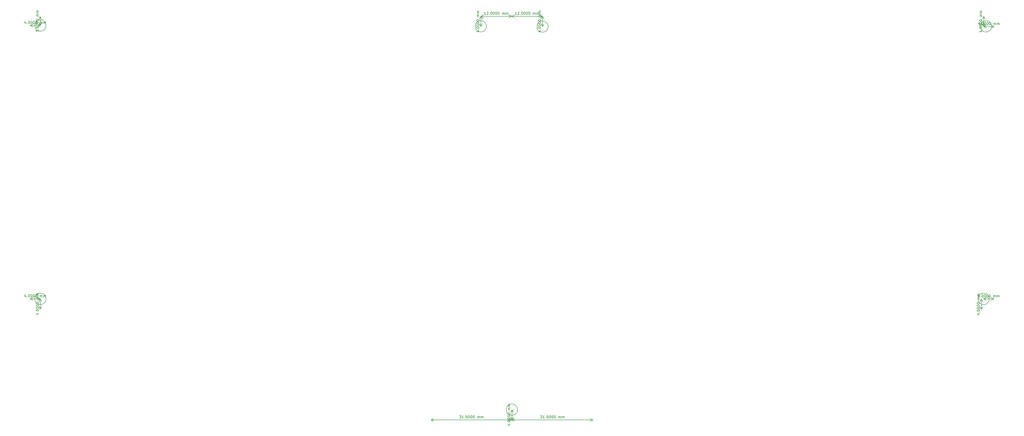
<source format=gbr>
%TF.GenerationSoftware,KiCad,Pcbnew,7.0.2*%
%TF.CreationDate,2023-06-05T16:46:38-04:00*%
%TF.ProjectId,arisu,61726973-752e-46b6-9963-61645f706362,1.1*%
%TF.SameCoordinates,Original*%
%TF.FileFunction,Other,Comment*%
%FSLAX46Y46*%
G04 Gerber Fmt 4.6, Leading zero omitted, Abs format (unit mm)*
G04 Created by KiCad (PCBNEW 7.0.2) date 2023-06-05 16:46:38*
%MOMM*%
%LPD*%
G01*
G04 APERTURE LIST*
%ADD10C,0.150000*%
G04 APERTURE END LIST*
D10*
X400333333Y-35645952D02*
X400333333Y-36312619D01*
X400095238Y-35265000D02*
X399857143Y-35979285D01*
X399857143Y-35979285D02*
X400476190Y-35979285D01*
X400857143Y-36217380D02*
X400904762Y-36265000D01*
X400904762Y-36265000D02*
X400857143Y-36312619D01*
X400857143Y-36312619D02*
X400809524Y-36265000D01*
X400809524Y-36265000D02*
X400857143Y-36217380D01*
X400857143Y-36217380D02*
X400857143Y-36312619D01*
X401523809Y-35312619D02*
X401619047Y-35312619D01*
X401619047Y-35312619D02*
X401714285Y-35360238D01*
X401714285Y-35360238D02*
X401761904Y-35407857D01*
X401761904Y-35407857D02*
X401809523Y-35503095D01*
X401809523Y-35503095D02*
X401857142Y-35693571D01*
X401857142Y-35693571D02*
X401857142Y-35931666D01*
X401857142Y-35931666D02*
X401809523Y-36122142D01*
X401809523Y-36122142D02*
X401761904Y-36217380D01*
X401761904Y-36217380D02*
X401714285Y-36265000D01*
X401714285Y-36265000D02*
X401619047Y-36312619D01*
X401619047Y-36312619D02*
X401523809Y-36312619D01*
X401523809Y-36312619D02*
X401428571Y-36265000D01*
X401428571Y-36265000D02*
X401380952Y-36217380D01*
X401380952Y-36217380D02*
X401333333Y-36122142D01*
X401333333Y-36122142D02*
X401285714Y-35931666D01*
X401285714Y-35931666D02*
X401285714Y-35693571D01*
X401285714Y-35693571D02*
X401333333Y-35503095D01*
X401333333Y-35503095D02*
X401380952Y-35407857D01*
X401380952Y-35407857D02*
X401428571Y-35360238D01*
X401428571Y-35360238D02*
X401523809Y-35312619D01*
X402476190Y-35312619D02*
X402571428Y-35312619D01*
X402571428Y-35312619D02*
X402666666Y-35360238D01*
X402666666Y-35360238D02*
X402714285Y-35407857D01*
X402714285Y-35407857D02*
X402761904Y-35503095D01*
X402761904Y-35503095D02*
X402809523Y-35693571D01*
X402809523Y-35693571D02*
X402809523Y-35931666D01*
X402809523Y-35931666D02*
X402761904Y-36122142D01*
X402761904Y-36122142D02*
X402714285Y-36217380D01*
X402714285Y-36217380D02*
X402666666Y-36265000D01*
X402666666Y-36265000D02*
X402571428Y-36312619D01*
X402571428Y-36312619D02*
X402476190Y-36312619D01*
X402476190Y-36312619D02*
X402380952Y-36265000D01*
X402380952Y-36265000D02*
X402333333Y-36217380D01*
X402333333Y-36217380D02*
X402285714Y-36122142D01*
X402285714Y-36122142D02*
X402238095Y-35931666D01*
X402238095Y-35931666D02*
X402238095Y-35693571D01*
X402238095Y-35693571D02*
X402285714Y-35503095D01*
X402285714Y-35503095D02*
X402333333Y-35407857D01*
X402333333Y-35407857D02*
X402380952Y-35360238D01*
X402380952Y-35360238D02*
X402476190Y-35312619D01*
X403428571Y-35312619D02*
X403523809Y-35312619D01*
X403523809Y-35312619D02*
X403619047Y-35360238D01*
X403619047Y-35360238D02*
X403666666Y-35407857D01*
X403666666Y-35407857D02*
X403714285Y-35503095D01*
X403714285Y-35503095D02*
X403761904Y-35693571D01*
X403761904Y-35693571D02*
X403761904Y-35931666D01*
X403761904Y-35931666D02*
X403714285Y-36122142D01*
X403714285Y-36122142D02*
X403666666Y-36217380D01*
X403666666Y-36217380D02*
X403619047Y-36265000D01*
X403619047Y-36265000D02*
X403523809Y-36312619D01*
X403523809Y-36312619D02*
X403428571Y-36312619D01*
X403428571Y-36312619D02*
X403333333Y-36265000D01*
X403333333Y-36265000D02*
X403285714Y-36217380D01*
X403285714Y-36217380D02*
X403238095Y-36122142D01*
X403238095Y-36122142D02*
X403190476Y-35931666D01*
X403190476Y-35931666D02*
X403190476Y-35693571D01*
X403190476Y-35693571D02*
X403238095Y-35503095D01*
X403238095Y-35503095D02*
X403285714Y-35407857D01*
X403285714Y-35407857D02*
X403333333Y-35360238D01*
X403333333Y-35360238D02*
X403428571Y-35312619D01*
X404380952Y-35312619D02*
X404476190Y-35312619D01*
X404476190Y-35312619D02*
X404571428Y-35360238D01*
X404571428Y-35360238D02*
X404619047Y-35407857D01*
X404619047Y-35407857D02*
X404666666Y-35503095D01*
X404666666Y-35503095D02*
X404714285Y-35693571D01*
X404714285Y-35693571D02*
X404714285Y-35931666D01*
X404714285Y-35931666D02*
X404666666Y-36122142D01*
X404666666Y-36122142D02*
X404619047Y-36217380D01*
X404619047Y-36217380D02*
X404571428Y-36265000D01*
X404571428Y-36265000D02*
X404476190Y-36312619D01*
X404476190Y-36312619D02*
X404380952Y-36312619D01*
X404380952Y-36312619D02*
X404285714Y-36265000D01*
X404285714Y-36265000D02*
X404238095Y-36217380D01*
X404238095Y-36217380D02*
X404190476Y-36122142D01*
X404190476Y-36122142D02*
X404142857Y-35931666D01*
X404142857Y-35931666D02*
X404142857Y-35693571D01*
X404142857Y-35693571D02*
X404190476Y-35503095D01*
X404190476Y-35503095D02*
X404238095Y-35407857D01*
X404238095Y-35407857D02*
X404285714Y-35360238D01*
X404285714Y-35360238D02*
X404380952Y-35312619D01*
X405904762Y-36312619D02*
X405904762Y-35645952D01*
X405904762Y-35741190D02*
X405952381Y-35693571D01*
X405952381Y-35693571D02*
X406047619Y-35645952D01*
X406047619Y-35645952D02*
X406190476Y-35645952D01*
X406190476Y-35645952D02*
X406285714Y-35693571D01*
X406285714Y-35693571D02*
X406333333Y-35788809D01*
X406333333Y-35788809D02*
X406333333Y-36312619D01*
X406333333Y-35788809D02*
X406380952Y-35693571D01*
X406380952Y-35693571D02*
X406476190Y-35645952D01*
X406476190Y-35645952D02*
X406619047Y-35645952D01*
X406619047Y-35645952D02*
X406714286Y-35693571D01*
X406714286Y-35693571D02*
X406761905Y-35788809D01*
X406761905Y-35788809D02*
X406761905Y-36312619D01*
X407238095Y-36312619D02*
X407238095Y-35645952D01*
X407238095Y-35741190D02*
X407285714Y-35693571D01*
X407285714Y-35693571D02*
X407380952Y-35645952D01*
X407380952Y-35645952D02*
X407523809Y-35645952D01*
X407523809Y-35645952D02*
X407619047Y-35693571D01*
X407619047Y-35693571D02*
X407666666Y-35788809D01*
X407666666Y-35788809D02*
X407666666Y-36312619D01*
X407666666Y-35788809D02*
X407714285Y-35693571D01*
X407714285Y-35693571D02*
X407809523Y-35645952D01*
X407809523Y-35645952D02*
X407952380Y-35645952D01*
X407952380Y-35645952D02*
X408047619Y-35693571D01*
X408047619Y-35693571D02*
X408095238Y-35788809D01*
X408095238Y-35788809D02*
X408095238Y-36312619D01*
X406000000Y-37500000D02*
X406000000Y-37586420D01*
X402000000Y-37500000D02*
X402000000Y-37586420D01*
X406000000Y-37000000D02*
X402000000Y-37000000D01*
X406000000Y-37000000D02*
X402000000Y-37000000D01*
X406000000Y-37000000D02*
X404873496Y-37586421D01*
X406000000Y-37000000D02*
X404873496Y-36413579D01*
X402000000Y-37000000D02*
X403126504Y-36413579D01*
X402000000Y-37000000D02*
X403126504Y-37586421D01*
X217145952Y-191666666D02*
X217812619Y-191666666D01*
X216765000Y-191904761D02*
X217479285Y-192142856D01*
X217479285Y-192142856D02*
X217479285Y-191523809D01*
X217717380Y-191142856D02*
X217765000Y-191095237D01*
X217765000Y-191095237D02*
X217812619Y-191142856D01*
X217812619Y-191142856D02*
X217765000Y-191190475D01*
X217765000Y-191190475D02*
X217717380Y-191142856D01*
X217717380Y-191142856D02*
X217812619Y-191142856D01*
X216812619Y-190476190D02*
X216812619Y-190380952D01*
X216812619Y-190380952D02*
X216860238Y-190285714D01*
X216860238Y-190285714D02*
X216907857Y-190238095D01*
X216907857Y-190238095D02*
X217003095Y-190190476D01*
X217003095Y-190190476D02*
X217193571Y-190142857D01*
X217193571Y-190142857D02*
X217431666Y-190142857D01*
X217431666Y-190142857D02*
X217622142Y-190190476D01*
X217622142Y-190190476D02*
X217717380Y-190238095D01*
X217717380Y-190238095D02*
X217765000Y-190285714D01*
X217765000Y-190285714D02*
X217812619Y-190380952D01*
X217812619Y-190380952D02*
X217812619Y-190476190D01*
X217812619Y-190476190D02*
X217765000Y-190571428D01*
X217765000Y-190571428D02*
X217717380Y-190619047D01*
X217717380Y-190619047D02*
X217622142Y-190666666D01*
X217622142Y-190666666D02*
X217431666Y-190714285D01*
X217431666Y-190714285D02*
X217193571Y-190714285D01*
X217193571Y-190714285D02*
X217003095Y-190666666D01*
X217003095Y-190666666D02*
X216907857Y-190619047D01*
X216907857Y-190619047D02*
X216860238Y-190571428D01*
X216860238Y-190571428D02*
X216812619Y-190476190D01*
X216812619Y-189523809D02*
X216812619Y-189428571D01*
X216812619Y-189428571D02*
X216860238Y-189333333D01*
X216860238Y-189333333D02*
X216907857Y-189285714D01*
X216907857Y-189285714D02*
X217003095Y-189238095D01*
X217003095Y-189238095D02*
X217193571Y-189190476D01*
X217193571Y-189190476D02*
X217431666Y-189190476D01*
X217431666Y-189190476D02*
X217622142Y-189238095D01*
X217622142Y-189238095D02*
X217717380Y-189285714D01*
X217717380Y-189285714D02*
X217765000Y-189333333D01*
X217765000Y-189333333D02*
X217812619Y-189428571D01*
X217812619Y-189428571D02*
X217812619Y-189523809D01*
X217812619Y-189523809D02*
X217765000Y-189619047D01*
X217765000Y-189619047D02*
X217717380Y-189666666D01*
X217717380Y-189666666D02*
X217622142Y-189714285D01*
X217622142Y-189714285D02*
X217431666Y-189761904D01*
X217431666Y-189761904D02*
X217193571Y-189761904D01*
X217193571Y-189761904D02*
X217003095Y-189714285D01*
X217003095Y-189714285D02*
X216907857Y-189666666D01*
X216907857Y-189666666D02*
X216860238Y-189619047D01*
X216860238Y-189619047D02*
X216812619Y-189523809D01*
X216812619Y-188571428D02*
X216812619Y-188476190D01*
X216812619Y-188476190D02*
X216860238Y-188380952D01*
X216860238Y-188380952D02*
X216907857Y-188333333D01*
X216907857Y-188333333D02*
X217003095Y-188285714D01*
X217003095Y-188285714D02*
X217193571Y-188238095D01*
X217193571Y-188238095D02*
X217431666Y-188238095D01*
X217431666Y-188238095D02*
X217622142Y-188285714D01*
X217622142Y-188285714D02*
X217717380Y-188333333D01*
X217717380Y-188333333D02*
X217765000Y-188380952D01*
X217765000Y-188380952D02*
X217812619Y-188476190D01*
X217812619Y-188476190D02*
X217812619Y-188571428D01*
X217812619Y-188571428D02*
X217765000Y-188666666D01*
X217765000Y-188666666D02*
X217717380Y-188714285D01*
X217717380Y-188714285D02*
X217622142Y-188761904D01*
X217622142Y-188761904D02*
X217431666Y-188809523D01*
X217431666Y-188809523D02*
X217193571Y-188809523D01*
X217193571Y-188809523D02*
X217003095Y-188761904D01*
X217003095Y-188761904D02*
X216907857Y-188714285D01*
X216907857Y-188714285D02*
X216860238Y-188666666D01*
X216860238Y-188666666D02*
X216812619Y-188571428D01*
X216812619Y-187619047D02*
X216812619Y-187523809D01*
X216812619Y-187523809D02*
X216860238Y-187428571D01*
X216860238Y-187428571D02*
X216907857Y-187380952D01*
X216907857Y-187380952D02*
X217003095Y-187333333D01*
X217003095Y-187333333D02*
X217193571Y-187285714D01*
X217193571Y-187285714D02*
X217431666Y-187285714D01*
X217431666Y-187285714D02*
X217622142Y-187333333D01*
X217622142Y-187333333D02*
X217717380Y-187380952D01*
X217717380Y-187380952D02*
X217765000Y-187428571D01*
X217765000Y-187428571D02*
X217812619Y-187523809D01*
X217812619Y-187523809D02*
X217812619Y-187619047D01*
X217812619Y-187619047D02*
X217765000Y-187714285D01*
X217765000Y-187714285D02*
X217717380Y-187761904D01*
X217717380Y-187761904D02*
X217622142Y-187809523D01*
X217622142Y-187809523D02*
X217431666Y-187857142D01*
X217431666Y-187857142D02*
X217193571Y-187857142D01*
X217193571Y-187857142D02*
X217003095Y-187809523D01*
X217003095Y-187809523D02*
X216907857Y-187761904D01*
X216907857Y-187761904D02*
X216860238Y-187714285D01*
X216860238Y-187714285D02*
X216812619Y-187619047D01*
X217812619Y-186095237D02*
X217145952Y-186095237D01*
X217241190Y-186095237D02*
X217193571Y-186047618D01*
X217193571Y-186047618D02*
X217145952Y-185952380D01*
X217145952Y-185952380D02*
X217145952Y-185809523D01*
X217145952Y-185809523D02*
X217193571Y-185714285D01*
X217193571Y-185714285D02*
X217288809Y-185666666D01*
X217288809Y-185666666D02*
X217812619Y-185666666D01*
X217288809Y-185666666D02*
X217193571Y-185619047D01*
X217193571Y-185619047D02*
X217145952Y-185523809D01*
X217145952Y-185523809D02*
X217145952Y-185380952D01*
X217145952Y-185380952D02*
X217193571Y-185285713D01*
X217193571Y-185285713D02*
X217288809Y-185238094D01*
X217288809Y-185238094D02*
X217812619Y-185238094D01*
X217812619Y-184761904D02*
X217145952Y-184761904D01*
X217241190Y-184761904D02*
X217193571Y-184714285D01*
X217193571Y-184714285D02*
X217145952Y-184619047D01*
X217145952Y-184619047D02*
X217145952Y-184476190D01*
X217145952Y-184476190D02*
X217193571Y-184380952D01*
X217193571Y-184380952D02*
X217288809Y-184333333D01*
X217288809Y-184333333D02*
X217812619Y-184333333D01*
X217288809Y-184333333D02*
X217193571Y-184285714D01*
X217193571Y-184285714D02*
X217145952Y-184190476D01*
X217145952Y-184190476D02*
X217145952Y-184047619D01*
X217145952Y-184047619D02*
X217193571Y-183952380D01*
X217193571Y-183952380D02*
X217288809Y-183904761D01*
X217288809Y-183904761D02*
X217812619Y-183904761D01*
X219000000Y-186000000D02*
X219086420Y-186000000D01*
X219000000Y-190000000D02*
X219086420Y-190000000D01*
X218500000Y-186000000D02*
X218500000Y-190000000D01*
X218500000Y-186000000D02*
X218500000Y-190000000D01*
X218500000Y-186000000D02*
X219086421Y-187126504D01*
X218500000Y-186000000D02*
X217913579Y-187126504D01*
X218500000Y-190000000D02*
X217913579Y-188873496D01*
X218500000Y-190000000D02*
X219086421Y-188873496D01*
X208352381Y-32312619D02*
X207780953Y-32312619D01*
X208066667Y-32312619D02*
X208066667Y-31312619D01*
X208066667Y-31312619D02*
X207971429Y-31455476D01*
X207971429Y-31455476D02*
X207876191Y-31550714D01*
X207876191Y-31550714D02*
X207780953Y-31598333D01*
X208733334Y-31407857D02*
X208780953Y-31360238D01*
X208780953Y-31360238D02*
X208876191Y-31312619D01*
X208876191Y-31312619D02*
X209114286Y-31312619D01*
X209114286Y-31312619D02*
X209209524Y-31360238D01*
X209209524Y-31360238D02*
X209257143Y-31407857D01*
X209257143Y-31407857D02*
X209304762Y-31503095D01*
X209304762Y-31503095D02*
X209304762Y-31598333D01*
X209304762Y-31598333D02*
X209257143Y-31741190D01*
X209257143Y-31741190D02*
X208685715Y-32312619D01*
X208685715Y-32312619D02*
X209304762Y-32312619D01*
X209733334Y-32217380D02*
X209780953Y-32265000D01*
X209780953Y-32265000D02*
X209733334Y-32312619D01*
X209733334Y-32312619D02*
X209685715Y-32265000D01*
X209685715Y-32265000D02*
X209733334Y-32217380D01*
X209733334Y-32217380D02*
X209733334Y-32312619D01*
X210400000Y-31312619D02*
X210495238Y-31312619D01*
X210495238Y-31312619D02*
X210590476Y-31360238D01*
X210590476Y-31360238D02*
X210638095Y-31407857D01*
X210638095Y-31407857D02*
X210685714Y-31503095D01*
X210685714Y-31503095D02*
X210733333Y-31693571D01*
X210733333Y-31693571D02*
X210733333Y-31931666D01*
X210733333Y-31931666D02*
X210685714Y-32122142D01*
X210685714Y-32122142D02*
X210638095Y-32217380D01*
X210638095Y-32217380D02*
X210590476Y-32265000D01*
X210590476Y-32265000D02*
X210495238Y-32312619D01*
X210495238Y-32312619D02*
X210400000Y-32312619D01*
X210400000Y-32312619D02*
X210304762Y-32265000D01*
X210304762Y-32265000D02*
X210257143Y-32217380D01*
X210257143Y-32217380D02*
X210209524Y-32122142D01*
X210209524Y-32122142D02*
X210161905Y-31931666D01*
X210161905Y-31931666D02*
X210161905Y-31693571D01*
X210161905Y-31693571D02*
X210209524Y-31503095D01*
X210209524Y-31503095D02*
X210257143Y-31407857D01*
X210257143Y-31407857D02*
X210304762Y-31360238D01*
X210304762Y-31360238D02*
X210400000Y-31312619D01*
X211352381Y-31312619D02*
X211447619Y-31312619D01*
X211447619Y-31312619D02*
X211542857Y-31360238D01*
X211542857Y-31360238D02*
X211590476Y-31407857D01*
X211590476Y-31407857D02*
X211638095Y-31503095D01*
X211638095Y-31503095D02*
X211685714Y-31693571D01*
X211685714Y-31693571D02*
X211685714Y-31931666D01*
X211685714Y-31931666D02*
X211638095Y-32122142D01*
X211638095Y-32122142D02*
X211590476Y-32217380D01*
X211590476Y-32217380D02*
X211542857Y-32265000D01*
X211542857Y-32265000D02*
X211447619Y-32312619D01*
X211447619Y-32312619D02*
X211352381Y-32312619D01*
X211352381Y-32312619D02*
X211257143Y-32265000D01*
X211257143Y-32265000D02*
X211209524Y-32217380D01*
X211209524Y-32217380D02*
X211161905Y-32122142D01*
X211161905Y-32122142D02*
X211114286Y-31931666D01*
X211114286Y-31931666D02*
X211114286Y-31693571D01*
X211114286Y-31693571D02*
X211161905Y-31503095D01*
X211161905Y-31503095D02*
X211209524Y-31407857D01*
X211209524Y-31407857D02*
X211257143Y-31360238D01*
X211257143Y-31360238D02*
X211352381Y-31312619D01*
X212304762Y-31312619D02*
X212400000Y-31312619D01*
X212400000Y-31312619D02*
X212495238Y-31360238D01*
X212495238Y-31360238D02*
X212542857Y-31407857D01*
X212542857Y-31407857D02*
X212590476Y-31503095D01*
X212590476Y-31503095D02*
X212638095Y-31693571D01*
X212638095Y-31693571D02*
X212638095Y-31931666D01*
X212638095Y-31931666D02*
X212590476Y-32122142D01*
X212590476Y-32122142D02*
X212542857Y-32217380D01*
X212542857Y-32217380D02*
X212495238Y-32265000D01*
X212495238Y-32265000D02*
X212400000Y-32312619D01*
X212400000Y-32312619D02*
X212304762Y-32312619D01*
X212304762Y-32312619D02*
X212209524Y-32265000D01*
X212209524Y-32265000D02*
X212161905Y-32217380D01*
X212161905Y-32217380D02*
X212114286Y-32122142D01*
X212114286Y-32122142D02*
X212066667Y-31931666D01*
X212066667Y-31931666D02*
X212066667Y-31693571D01*
X212066667Y-31693571D02*
X212114286Y-31503095D01*
X212114286Y-31503095D02*
X212161905Y-31407857D01*
X212161905Y-31407857D02*
X212209524Y-31360238D01*
X212209524Y-31360238D02*
X212304762Y-31312619D01*
X213257143Y-31312619D02*
X213352381Y-31312619D01*
X213352381Y-31312619D02*
X213447619Y-31360238D01*
X213447619Y-31360238D02*
X213495238Y-31407857D01*
X213495238Y-31407857D02*
X213542857Y-31503095D01*
X213542857Y-31503095D02*
X213590476Y-31693571D01*
X213590476Y-31693571D02*
X213590476Y-31931666D01*
X213590476Y-31931666D02*
X213542857Y-32122142D01*
X213542857Y-32122142D02*
X213495238Y-32217380D01*
X213495238Y-32217380D02*
X213447619Y-32265000D01*
X213447619Y-32265000D02*
X213352381Y-32312619D01*
X213352381Y-32312619D02*
X213257143Y-32312619D01*
X213257143Y-32312619D02*
X213161905Y-32265000D01*
X213161905Y-32265000D02*
X213114286Y-32217380D01*
X213114286Y-32217380D02*
X213066667Y-32122142D01*
X213066667Y-32122142D02*
X213019048Y-31931666D01*
X213019048Y-31931666D02*
X213019048Y-31693571D01*
X213019048Y-31693571D02*
X213066667Y-31503095D01*
X213066667Y-31503095D02*
X213114286Y-31407857D01*
X213114286Y-31407857D02*
X213161905Y-31360238D01*
X213161905Y-31360238D02*
X213257143Y-31312619D01*
X214780953Y-32312619D02*
X214780953Y-31645952D01*
X214780953Y-31741190D02*
X214828572Y-31693571D01*
X214828572Y-31693571D02*
X214923810Y-31645952D01*
X214923810Y-31645952D02*
X215066667Y-31645952D01*
X215066667Y-31645952D02*
X215161905Y-31693571D01*
X215161905Y-31693571D02*
X215209524Y-31788809D01*
X215209524Y-31788809D02*
X215209524Y-32312619D01*
X215209524Y-31788809D02*
X215257143Y-31693571D01*
X215257143Y-31693571D02*
X215352381Y-31645952D01*
X215352381Y-31645952D02*
X215495238Y-31645952D01*
X215495238Y-31645952D02*
X215590477Y-31693571D01*
X215590477Y-31693571D02*
X215638096Y-31788809D01*
X215638096Y-31788809D02*
X215638096Y-32312619D01*
X216114286Y-32312619D02*
X216114286Y-31645952D01*
X216114286Y-31741190D02*
X216161905Y-31693571D01*
X216161905Y-31693571D02*
X216257143Y-31645952D01*
X216257143Y-31645952D02*
X216400000Y-31645952D01*
X216400000Y-31645952D02*
X216495238Y-31693571D01*
X216495238Y-31693571D02*
X216542857Y-31788809D01*
X216542857Y-31788809D02*
X216542857Y-32312619D01*
X216542857Y-31788809D02*
X216590476Y-31693571D01*
X216590476Y-31693571D02*
X216685714Y-31645952D01*
X216685714Y-31645952D02*
X216828571Y-31645952D01*
X216828571Y-31645952D02*
X216923810Y-31693571D01*
X216923810Y-31693571D02*
X216971429Y-31788809D01*
X216971429Y-31788809D02*
X216971429Y-32312619D01*
X206400000Y-32500000D02*
X206400000Y-32413580D01*
X218400000Y-32500000D02*
X218400000Y-32413580D01*
X206400000Y-33000000D02*
X218400000Y-33000000D01*
X206400000Y-33000000D02*
X218400000Y-33000000D01*
X206400000Y-33000000D02*
X207526504Y-32413579D01*
X206400000Y-33000000D02*
X207526504Y-33586421D01*
X218400000Y-33000000D02*
X217273496Y-33586421D01*
X218400000Y-33000000D02*
X217273496Y-32413579D01*
X400283333Y-141585952D02*
X400283333Y-142252619D01*
X400045238Y-141205000D02*
X399807143Y-141919285D01*
X399807143Y-141919285D02*
X400426190Y-141919285D01*
X400807143Y-142157380D02*
X400854762Y-142205000D01*
X400854762Y-142205000D02*
X400807143Y-142252619D01*
X400807143Y-142252619D02*
X400759524Y-142205000D01*
X400759524Y-142205000D02*
X400807143Y-142157380D01*
X400807143Y-142157380D02*
X400807143Y-142252619D01*
X401473809Y-141252619D02*
X401569047Y-141252619D01*
X401569047Y-141252619D02*
X401664285Y-141300238D01*
X401664285Y-141300238D02*
X401711904Y-141347857D01*
X401711904Y-141347857D02*
X401759523Y-141443095D01*
X401759523Y-141443095D02*
X401807142Y-141633571D01*
X401807142Y-141633571D02*
X401807142Y-141871666D01*
X401807142Y-141871666D02*
X401759523Y-142062142D01*
X401759523Y-142062142D02*
X401711904Y-142157380D01*
X401711904Y-142157380D02*
X401664285Y-142205000D01*
X401664285Y-142205000D02*
X401569047Y-142252619D01*
X401569047Y-142252619D02*
X401473809Y-142252619D01*
X401473809Y-142252619D02*
X401378571Y-142205000D01*
X401378571Y-142205000D02*
X401330952Y-142157380D01*
X401330952Y-142157380D02*
X401283333Y-142062142D01*
X401283333Y-142062142D02*
X401235714Y-141871666D01*
X401235714Y-141871666D02*
X401235714Y-141633571D01*
X401235714Y-141633571D02*
X401283333Y-141443095D01*
X401283333Y-141443095D02*
X401330952Y-141347857D01*
X401330952Y-141347857D02*
X401378571Y-141300238D01*
X401378571Y-141300238D02*
X401473809Y-141252619D01*
X402426190Y-141252619D02*
X402521428Y-141252619D01*
X402521428Y-141252619D02*
X402616666Y-141300238D01*
X402616666Y-141300238D02*
X402664285Y-141347857D01*
X402664285Y-141347857D02*
X402711904Y-141443095D01*
X402711904Y-141443095D02*
X402759523Y-141633571D01*
X402759523Y-141633571D02*
X402759523Y-141871666D01*
X402759523Y-141871666D02*
X402711904Y-142062142D01*
X402711904Y-142062142D02*
X402664285Y-142157380D01*
X402664285Y-142157380D02*
X402616666Y-142205000D01*
X402616666Y-142205000D02*
X402521428Y-142252619D01*
X402521428Y-142252619D02*
X402426190Y-142252619D01*
X402426190Y-142252619D02*
X402330952Y-142205000D01*
X402330952Y-142205000D02*
X402283333Y-142157380D01*
X402283333Y-142157380D02*
X402235714Y-142062142D01*
X402235714Y-142062142D02*
X402188095Y-141871666D01*
X402188095Y-141871666D02*
X402188095Y-141633571D01*
X402188095Y-141633571D02*
X402235714Y-141443095D01*
X402235714Y-141443095D02*
X402283333Y-141347857D01*
X402283333Y-141347857D02*
X402330952Y-141300238D01*
X402330952Y-141300238D02*
X402426190Y-141252619D01*
X403378571Y-141252619D02*
X403473809Y-141252619D01*
X403473809Y-141252619D02*
X403569047Y-141300238D01*
X403569047Y-141300238D02*
X403616666Y-141347857D01*
X403616666Y-141347857D02*
X403664285Y-141443095D01*
X403664285Y-141443095D02*
X403711904Y-141633571D01*
X403711904Y-141633571D02*
X403711904Y-141871666D01*
X403711904Y-141871666D02*
X403664285Y-142062142D01*
X403664285Y-142062142D02*
X403616666Y-142157380D01*
X403616666Y-142157380D02*
X403569047Y-142205000D01*
X403569047Y-142205000D02*
X403473809Y-142252619D01*
X403473809Y-142252619D02*
X403378571Y-142252619D01*
X403378571Y-142252619D02*
X403283333Y-142205000D01*
X403283333Y-142205000D02*
X403235714Y-142157380D01*
X403235714Y-142157380D02*
X403188095Y-142062142D01*
X403188095Y-142062142D02*
X403140476Y-141871666D01*
X403140476Y-141871666D02*
X403140476Y-141633571D01*
X403140476Y-141633571D02*
X403188095Y-141443095D01*
X403188095Y-141443095D02*
X403235714Y-141347857D01*
X403235714Y-141347857D02*
X403283333Y-141300238D01*
X403283333Y-141300238D02*
X403378571Y-141252619D01*
X404330952Y-141252619D02*
X404426190Y-141252619D01*
X404426190Y-141252619D02*
X404521428Y-141300238D01*
X404521428Y-141300238D02*
X404569047Y-141347857D01*
X404569047Y-141347857D02*
X404616666Y-141443095D01*
X404616666Y-141443095D02*
X404664285Y-141633571D01*
X404664285Y-141633571D02*
X404664285Y-141871666D01*
X404664285Y-141871666D02*
X404616666Y-142062142D01*
X404616666Y-142062142D02*
X404569047Y-142157380D01*
X404569047Y-142157380D02*
X404521428Y-142205000D01*
X404521428Y-142205000D02*
X404426190Y-142252619D01*
X404426190Y-142252619D02*
X404330952Y-142252619D01*
X404330952Y-142252619D02*
X404235714Y-142205000D01*
X404235714Y-142205000D02*
X404188095Y-142157380D01*
X404188095Y-142157380D02*
X404140476Y-142062142D01*
X404140476Y-142062142D02*
X404092857Y-141871666D01*
X404092857Y-141871666D02*
X404092857Y-141633571D01*
X404092857Y-141633571D02*
X404140476Y-141443095D01*
X404140476Y-141443095D02*
X404188095Y-141347857D01*
X404188095Y-141347857D02*
X404235714Y-141300238D01*
X404235714Y-141300238D02*
X404330952Y-141252619D01*
X405854762Y-142252619D02*
X405854762Y-141585952D01*
X405854762Y-141681190D02*
X405902381Y-141633571D01*
X405902381Y-141633571D02*
X405997619Y-141585952D01*
X405997619Y-141585952D02*
X406140476Y-141585952D01*
X406140476Y-141585952D02*
X406235714Y-141633571D01*
X406235714Y-141633571D02*
X406283333Y-141728809D01*
X406283333Y-141728809D02*
X406283333Y-142252619D01*
X406283333Y-141728809D02*
X406330952Y-141633571D01*
X406330952Y-141633571D02*
X406426190Y-141585952D01*
X406426190Y-141585952D02*
X406569047Y-141585952D01*
X406569047Y-141585952D02*
X406664286Y-141633571D01*
X406664286Y-141633571D02*
X406711905Y-141728809D01*
X406711905Y-141728809D02*
X406711905Y-142252619D01*
X407188095Y-142252619D02*
X407188095Y-141585952D01*
X407188095Y-141681190D02*
X407235714Y-141633571D01*
X407235714Y-141633571D02*
X407330952Y-141585952D01*
X407330952Y-141585952D02*
X407473809Y-141585952D01*
X407473809Y-141585952D02*
X407569047Y-141633571D01*
X407569047Y-141633571D02*
X407616666Y-141728809D01*
X407616666Y-141728809D02*
X407616666Y-142252619D01*
X407616666Y-141728809D02*
X407664285Y-141633571D01*
X407664285Y-141633571D02*
X407759523Y-141585952D01*
X407759523Y-141585952D02*
X407902380Y-141585952D01*
X407902380Y-141585952D02*
X407997619Y-141633571D01*
X407997619Y-141633571D02*
X408045238Y-141728809D01*
X408045238Y-141728809D02*
X408045238Y-142252619D01*
X401950000Y-142440000D02*
X401950000Y-142353580D01*
X405950000Y-142440000D02*
X405950000Y-142353580D01*
X401950000Y-142940000D02*
X405950000Y-142940000D01*
X401950000Y-142940000D02*
X405950000Y-142940000D01*
X401950000Y-142940000D02*
X403076504Y-142353579D01*
X401950000Y-142940000D02*
X403076504Y-143526421D01*
X405950000Y-142940000D02*
X404823496Y-143526421D01*
X405950000Y-142940000D02*
X404823496Y-142353579D01*
X33745952Y-148566666D02*
X34412619Y-148566666D01*
X33365000Y-148804761D02*
X34079285Y-149042856D01*
X34079285Y-149042856D02*
X34079285Y-148423809D01*
X34317380Y-148042856D02*
X34365000Y-147995237D01*
X34365000Y-147995237D02*
X34412619Y-148042856D01*
X34412619Y-148042856D02*
X34365000Y-148090475D01*
X34365000Y-148090475D02*
X34317380Y-148042856D01*
X34317380Y-148042856D02*
X34412619Y-148042856D01*
X33412619Y-147376190D02*
X33412619Y-147280952D01*
X33412619Y-147280952D02*
X33460238Y-147185714D01*
X33460238Y-147185714D02*
X33507857Y-147138095D01*
X33507857Y-147138095D02*
X33603095Y-147090476D01*
X33603095Y-147090476D02*
X33793571Y-147042857D01*
X33793571Y-147042857D02*
X34031666Y-147042857D01*
X34031666Y-147042857D02*
X34222142Y-147090476D01*
X34222142Y-147090476D02*
X34317380Y-147138095D01*
X34317380Y-147138095D02*
X34365000Y-147185714D01*
X34365000Y-147185714D02*
X34412619Y-147280952D01*
X34412619Y-147280952D02*
X34412619Y-147376190D01*
X34412619Y-147376190D02*
X34365000Y-147471428D01*
X34365000Y-147471428D02*
X34317380Y-147519047D01*
X34317380Y-147519047D02*
X34222142Y-147566666D01*
X34222142Y-147566666D02*
X34031666Y-147614285D01*
X34031666Y-147614285D02*
X33793571Y-147614285D01*
X33793571Y-147614285D02*
X33603095Y-147566666D01*
X33603095Y-147566666D02*
X33507857Y-147519047D01*
X33507857Y-147519047D02*
X33460238Y-147471428D01*
X33460238Y-147471428D02*
X33412619Y-147376190D01*
X33412619Y-146423809D02*
X33412619Y-146328571D01*
X33412619Y-146328571D02*
X33460238Y-146233333D01*
X33460238Y-146233333D02*
X33507857Y-146185714D01*
X33507857Y-146185714D02*
X33603095Y-146138095D01*
X33603095Y-146138095D02*
X33793571Y-146090476D01*
X33793571Y-146090476D02*
X34031666Y-146090476D01*
X34031666Y-146090476D02*
X34222142Y-146138095D01*
X34222142Y-146138095D02*
X34317380Y-146185714D01*
X34317380Y-146185714D02*
X34365000Y-146233333D01*
X34365000Y-146233333D02*
X34412619Y-146328571D01*
X34412619Y-146328571D02*
X34412619Y-146423809D01*
X34412619Y-146423809D02*
X34365000Y-146519047D01*
X34365000Y-146519047D02*
X34317380Y-146566666D01*
X34317380Y-146566666D02*
X34222142Y-146614285D01*
X34222142Y-146614285D02*
X34031666Y-146661904D01*
X34031666Y-146661904D02*
X33793571Y-146661904D01*
X33793571Y-146661904D02*
X33603095Y-146614285D01*
X33603095Y-146614285D02*
X33507857Y-146566666D01*
X33507857Y-146566666D02*
X33460238Y-146519047D01*
X33460238Y-146519047D02*
X33412619Y-146423809D01*
X33412619Y-145471428D02*
X33412619Y-145376190D01*
X33412619Y-145376190D02*
X33460238Y-145280952D01*
X33460238Y-145280952D02*
X33507857Y-145233333D01*
X33507857Y-145233333D02*
X33603095Y-145185714D01*
X33603095Y-145185714D02*
X33793571Y-145138095D01*
X33793571Y-145138095D02*
X34031666Y-145138095D01*
X34031666Y-145138095D02*
X34222142Y-145185714D01*
X34222142Y-145185714D02*
X34317380Y-145233333D01*
X34317380Y-145233333D02*
X34365000Y-145280952D01*
X34365000Y-145280952D02*
X34412619Y-145376190D01*
X34412619Y-145376190D02*
X34412619Y-145471428D01*
X34412619Y-145471428D02*
X34365000Y-145566666D01*
X34365000Y-145566666D02*
X34317380Y-145614285D01*
X34317380Y-145614285D02*
X34222142Y-145661904D01*
X34222142Y-145661904D02*
X34031666Y-145709523D01*
X34031666Y-145709523D02*
X33793571Y-145709523D01*
X33793571Y-145709523D02*
X33603095Y-145661904D01*
X33603095Y-145661904D02*
X33507857Y-145614285D01*
X33507857Y-145614285D02*
X33460238Y-145566666D01*
X33460238Y-145566666D02*
X33412619Y-145471428D01*
X33412619Y-144519047D02*
X33412619Y-144423809D01*
X33412619Y-144423809D02*
X33460238Y-144328571D01*
X33460238Y-144328571D02*
X33507857Y-144280952D01*
X33507857Y-144280952D02*
X33603095Y-144233333D01*
X33603095Y-144233333D02*
X33793571Y-144185714D01*
X33793571Y-144185714D02*
X34031666Y-144185714D01*
X34031666Y-144185714D02*
X34222142Y-144233333D01*
X34222142Y-144233333D02*
X34317380Y-144280952D01*
X34317380Y-144280952D02*
X34365000Y-144328571D01*
X34365000Y-144328571D02*
X34412619Y-144423809D01*
X34412619Y-144423809D02*
X34412619Y-144519047D01*
X34412619Y-144519047D02*
X34365000Y-144614285D01*
X34365000Y-144614285D02*
X34317380Y-144661904D01*
X34317380Y-144661904D02*
X34222142Y-144709523D01*
X34222142Y-144709523D02*
X34031666Y-144757142D01*
X34031666Y-144757142D02*
X33793571Y-144757142D01*
X33793571Y-144757142D02*
X33603095Y-144709523D01*
X33603095Y-144709523D02*
X33507857Y-144661904D01*
X33507857Y-144661904D02*
X33460238Y-144614285D01*
X33460238Y-144614285D02*
X33412619Y-144519047D01*
X34412619Y-142995237D02*
X33745952Y-142995237D01*
X33841190Y-142995237D02*
X33793571Y-142947618D01*
X33793571Y-142947618D02*
X33745952Y-142852380D01*
X33745952Y-142852380D02*
X33745952Y-142709523D01*
X33745952Y-142709523D02*
X33793571Y-142614285D01*
X33793571Y-142614285D02*
X33888809Y-142566666D01*
X33888809Y-142566666D02*
X34412619Y-142566666D01*
X33888809Y-142566666D02*
X33793571Y-142519047D01*
X33793571Y-142519047D02*
X33745952Y-142423809D01*
X33745952Y-142423809D02*
X33745952Y-142280952D01*
X33745952Y-142280952D02*
X33793571Y-142185713D01*
X33793571Y-142185713D02*
X33888809Y-142138094D01*
X33888809Y-142138094D02*
X34412619Y-142138094D01*
X34412619Y-141661904D02*
X33745952Y-141661904D01*
X33841190Y-141661904D02*
X33793571Y-141614285D01*
X33793571Y-141614285D02*
X33745952Y-141519047D01*
X33745952Y-141519047D02*
X33745952Y-141376190D01*
X33745952Y-141376190D02*
X33793571Y-141280952D01*
X33793571Y-141280952D02*
X33888809Y-141233333D01*
X33888809Y-141233333D02*
X34412619Y-141233333D01*
X33888809Y-141233333D02*
X33793571Y-141185714D01*
X33793571Y-141185714D02*
X33745952Y-141090476D01*
X33745952Y-141090476D02*
X33745952Y-140947619D01*
X33745952Y-140947619D02*
X33793571Y-140852380D01*
X33793571Y-140852380D02*
X33888809Y-140804761D01*
X33888809Y-140804761D02*
X34412619Y-140804761D01*
X34600000Y-146900000D02*
X34513580Y-146900000D01*
X34600000Y-142900000D02*
X34513580Y-142900000D01*
X35100000Y-146900000D02*
X35100000Y-142900000D01*
X35100000Y-146900000D02*
X35100000Y-142900000D01*
X35100000Y-146900000D02*
X34513579Y-145773496D01*
X35100000Y-146900000D02*
X35686421Y-145773496D01*
X35100000Y-142900000D02*
X35686421Y-144026504D01*
X35100000Y-142900000D02*
X34513579Y-144026504D01*
X229583334Y-188312619D02*
X230202381Y-188312619D01*
X230202381Y-188312619D02*
X229869048Y-188693571D01*
X229869048Y-188693571D02*
X230011905Y-188693571D01*
X230011905Y-188693571D02*
X230107143Y-188741190D01*
X230107143Y-188741190D02*
X230154762Y-188788809D01*
X230154762Y-188788809D02*
X230202381Y-188884047D01*
X230202381Y-188884047D02*
X230202381Y-189122142D01*
X230202381Y-189122142D02*
X230154762Y-189217380D01*
X230154762Y-189217380D02*
X230107143Y-189265000D01*
X230107143Y-189265000D02*
X230011905Y-189312619D01*
X230011905Y-189312619D02*
X229726191Y-189312619D01*
X229726191Y-189312619D02*
X229630953Y-189265000D01*
X229630953Y-189265000D02*
X229583334Y-189217380D01*
X231154762Y-189312619D02*
X230583334Y-189312619D01*
X230869048Y-189312619D02*
X230869048Y-188312619D01*
X230869048Y-188312619D02*
X230773810Y-188455476D01*
X230773810Y-188455476D02*
X230678572Y-188550714D01*
X230678572Y-188550714D02*
X230583334Y-188598333D01*
X231583334Y-189217380D02*
X231630953Y-189265000D01*
X231630953Y-189265000D02*
X231583334Y-189312619D01*
X231583334Y-189312619D02*
X231535715Y-189265000D01*
X231535715Y-189265000D02*
X231583334Y-189217380D01*
X231583334Y-189217380D02*
X231583334Y-189312619D01*
X232535714Y-188312619D02*
X232059524Y-188312619D01*
X232059524Y-188312619D02*
X232011905Y-188788809D01*
X232011905Y-188788809D02*
X232059524Y-188741190D01*
X232059524Y-188741190D02*
X232154762Y-188693571D01*
X232154762Y-188693571D02*
X232392857Y-188693571D01*
X232392857Y-188693571D02*
X232488095Y-188741190D01*
X232488095Y-188741190D02*
X232535714Y-188788809D01*
X232535714Y-188788809D02*
X232583333Y-188884047D01*
X232583333Y-188884047D02*
X232583333Y-189122142D01*
X232583333Y-189122142D02*
X232535714Y-189217380D01*
X232535714Y-189217380D02*
X232488095Y-189265000D01*
X232488095Y-189265000D02*
X232392857Y-189312619D01*
X232392857Y-189312619D02*
X232154762Y-189312619D01*
X232154762Y-189312619D02*
X232059524Y-189265000D01*
X232059524Y-189265000D02*
X232011905Y-189217380D01*
X233202381Y-188312619D02*
X233297619Y-188312619D01*
X233297619Y-188312619D02*
X233392857Y-188360238D01*
X233392857Y-188360238D02*
X233440476Y-188407857D01*
X233440476Y-188407857D02*
X233488095Y-188503095D01*
X233488095Y-188503095D02*
X233535714Y-188693571D01*
X233535714Y-188693571D02*
X233535714Y-188931666D01*
X233535714Y-188931666D02*
X233488095Y-189122142D01*
X233488095Y-189122142D02*
X233440476Y-189217380D01*
X233440476Y-189217380D02*
X233392857Y-189265000D01*
X233392857Y-189265000D02*
X233297619Y-189312619D01*
X233297619Y-189312619D02*
X233202381Y-189312619D01*
X233202381Y-189312619D02*
X233107143Y-189265000D01*
X233107143Y-189265000D02*
X233059524Y-189217380D01*
X233059524Y-189217380D02*
X233011905Y-189122142D01*
X233011905Y-189122142D02*
X232964286Y-188931666D01*
X232964286Y-188931666D02*
X232964286Y-188693571D01*
X232964286Y-188693571D02*
X233011905Y-188503095D01*
X233011905Y-188503095D02*
X233059524Y-188407857D01*
X233059524Y-188407857D02*
X233107143Y-188360238D01*
X233107143Y-188360238D02*
X233202381Y-188312619D01*
X234154762Y-188312619D02*
X234250000Y-188312619D01*
X234250000Y-188312619D02*
X234345238Y-188360238D01*
X234345238Y-188360238D02*
X234392857Y-188407857D01*
X234392857Y-188407857D02*
X234440476Y-188503095D01*
X234440476Y-188503095D02*
X234488095Y-188693571D01*
X234488095Y-188693571D02*
X234488095Y-188931666D01*
X234488095Y-188931666D02*
X234440476Y-189122142D01*
X234440476Y-189122142D02*
X234392857Y-189217380D01*
X234392857Y-189217380D02*
X234345238Y-189265000D01*
X234345238Y-189265000D02*
X234250000Y-189312619D01*
X234250000Y-189312619D02*
X234154762Y-189312619D01*
X234154762Y-189312619D02*
X234059524Y-189265000D01*
X234059524Y-189265000D02*
X234011905Y-189217380D01*
X234011905Y-189217380D02*
X233964286Y-189122142D01*
X233964286Y-189122142D02*
X233916667Y-188931666D01*
X233916667Y-188931666D02*
X233916667Y-188693571D01*
X233916667Y-188693571D02*
X233964286Y-188503095D01*
X233964286Y-188503095D02*
X234011905Y-188407857D01*
X234011905Y-188407857D02*
X234059524Y-188360238D01*
X234059524Y-188360238D02*
X234154762Y-188312619D01*
X235107143Y-188312619D02*
X235202381Y-188312619D01*
X235202381Y-188312619D02*
X235297619Y-188360238D01*
X235297619Y-188360238D02*
X235345238Y-188407857D01*
X235345238Y-188407857D02*
X235392857Y-188503095D01*
X235392857Y-188503095D02*
X235440476Y-188693571D01*
X235440476Y-188693571D02*
X235440476Y-188931666D01*
X235440476Y-188931666D02*
X235392857Y-189122142D01*
X235392857Y-189122142D02*
X235345238Y-189217380D01*
X235345238Y-189217380D02*
X235297619Y-189265000D01*
X235297619Y-189265000D02*
X235202381Y-189312619D01*
X235202381Y-189312619D02*
X235107143Y-189312619D01*
X235107143Y-189312619D02*
X235011905Y-189265000D01*
X235011905Y-189265000D02*
X234964286Y-189217380D01*
X234964286Y-189217380D02*
X234916667Y-189122142D01*
X234916667Y-189122142D02*
X234869048Y-188931666D01*
X234869048Y-188931666D02*
X234869048Y-188693571D01*
X234869048Y-188693571D02*
X234916667Y-188503095D01*
X234916667Y-188503095D02*
X234964286Y-188407857D01*
X234964286Y-188407857D02*
X235011905Y-188360238D01*
X235011905Y-188360238D02*
X235107143Y-188312619D01*
X236630953Y-189312619D02*
X236630953Y-188645952D01*
X236630953Y-188741190D02*
X236678572Y-188693571D01*
X236678572Y-188693571D02*
X236773810Y-188645952D01*
X236773810Y-188645952D02*
X236916667Y-188645952D01*
X236916667Y-188645952D02*
X237011905Y-188693571D01*
X237011905Y-188693571D02*
X237059524Y-188788809D01*
X237059524Y-188788809D02*
X237059524Y-189312619D01*
X237059524Y-188788809D02*
X237107143Y-188693571D01*
X237107143Y-188693571D02*
X237202381Y-188645952D01*
X237202381Y-188645952D02*
X237345238Y-188645952D01*
X237345238Y-188645952D02*
X237440477Y-188693571D01*
X237440477Y-188693571D02*
X237488096Y-188788809D01*
X237488096Y-188788809D02*
X237488096Y-189312619D01*
X237964286Y-189312619D02*
X237964286Y-188645952D01*
X237964286Y-188741190D02*
X238011905Y-188693571D01*
X238011905Y-188693571D02*
X238107143Y-188645952D01*
X238107143Y-188645952D02*
X238250000Y-188645952D01*
X238250000Y-188645952D02*
X238345238Y-188693571D01*
X238345238Y-188693571D02*
X238392857Y-188788809D01*
X238392857Y-188788809D02*
X238392857Y-189312619D01*
X238392857Y-188788809D02*
X238440476Y-188693571D01*
X238440476Y-188693571D02*
X238535714Y-188645952D01*
X238535714Y-188645952D02*
X238678571Y-188645952D01*
X238678571Y-188645952D02*
X238773810Y-188693571D01*
X238773810Y-188693571D02*
X238821429Y-188788809D01*
X238821429Y-188788809D02*
X238821429Y-189312619D01*
X250000000Y-190500000D02*
X250000000Y-190586420D01*
X218500000Y-190500000D02*
X218500000Y-190586420D01*
X250000000Y-190000000D02*
X218500000Y-190000000D01*
X250000000Y-190000000D02*
X218500000Y-190000000D01*
X250000000Y-190000000D02*
X248873496Y-190586421D01*
X250000000Y-190000000D02*
X248873496Y-189413579D01*
X218500000Y-190000000D02*
X219626504Y-189413579D01*
X218500000Y-190000000D02*
X219626504Y-190586421D01*
X220352381Y-32312619D02*
X219780953Y-32312619D01*
X220066667Y-32312619D02*
X220066667Y-31312619D01*
X220066667Y-31312619D02*
X219971429Y-31455476D01*
X219971429Y-31455476D02*
X219876191Y-31550714D01*
X219876191Y-31550714D02*
X219780953Y-31598333D01*
X220733334Y-31407857D02*
X220780953Y-31360238D01*
X220780953Y-31360238D02*
X220876191Y-31312619D01*
X220876191Y-31312619D02*
X221114286Y-31312619D01*
X221114286Y-31312619D02*
X221209524Y-31360238D01*
X221209524Y-31360238D02*
X221257143Y-31407857D01*
X221257143Y-31407857D02*
X221304762Y-31503095D01*
X221304762Y-31503095D02*
X221304762Y-31598333D01*
X221304762Y-31598333D02*
X221257143Y-31741190D01*
X221257143Y-31741190D02*
X220685715Y-32312619D01*
X220685715Y-32312619D02*
X221304762Y-32312619D01*
X221733334Y-32217380D02*
X221780953Y-32265000D01*
X221780953Y-32265000D02*
X221733334Y-32312619D01*
X221733334Y-32312619D02*
X221685715Y-32265000D01*
X221685715Y-32265000D02*
X221733334Y-32217380D01*
X221733334Y-32217380D02*
X221733334Y-32312619D01*
X222400000Y-31312619D02*
X222495238Y-31312619D01*
X222495238Y-31312619D02*
X222590476Y-31360238D01*
X222590476Y-31360238D02*
X222638095Y-31407857D01*
X222638095Y-31407857D02*
X222685714Y-31503095D01*
X222685714Y-31503095D02*
X222733333Y-31693571D01*
X222733333Y-31693571D02*
X222733333Y-31931666D01*
X222733333Y-31931666D02*
X222685714Y-32122142D01*
X222685714Y-32122142D02*
X222638095Y-32217380D01*
X222638095Y-32217380D02*
X222590476Y-32265000D01*
X222590476Y-32265000D02*
X222495238Y-32312619D01*
X222495238Y-32312619D02*
X222400000Y-32312619D01*
X222400000Y-32312619D02*
X222304762Y-32265000D01*
X222304762Y-32265000D02*
X222257143Y-32217380D01*
X222257143Y-32217380D02*
X222209524Y-32122142D01*
X222209524Y-32122142D02*
X222161905Y-31931666D01*
X222161905Y-31931666D02*
X222161905Y-31693571D01*
X222161905Y-31693571D02*
X222209524Y-31503095D01*
X222209524Y-31503095D02*
X222257143Y-31407857D01*
X222257143Y-31407857D02*
X222304762Y-31360238D01*
X222304762Y-31360238D02*
X222400000Y-31312619D01*
X223352381Y-31312619D02*
X223447619Y-31312619D01*
X223447619Y-31312619D02*
X223542857Y-31360238D01*
X223542857Y-31360238D02*
X223590476Y-31407857D01*
X223590476Y-31407857D02*
X223638095Y-31503095D01*
X223638095Y-31503095D02*
X223685714Y-31693571D01*
X223685714Y-31693571D02*
X223685714Y-31931666D01*
X223685714Y-31931666D02*
X223638095Y-32122142D01*
X223638095Y-32122142D02*
X223590476Y-32217380D01*
X223590476Y-32217380D02*
X223542857Y-32265000D01*
X223542857Y-32265000D02*
X223447619Y-32312619D01*
X223447619Y-32312619D02*
X223352381Y-32312619D01*
X223352381Y-32312619D02*
X223257143Y-32265000D01*
X223257143Y-32265000D02*
X223209524Y-32217380D01*
X223209524Y-32217380D02*
X223161905Y-32122142D01*
X223161905Y-32122142D02*
X223114286Y-31931666D01*
X223114286Y-31931666D02*
X223114286Y-31693571D01*
X223114286Y-31693571D02*
X223161905Y-31503095D01*
X223161905Y-31503095D02*
X223209524Y-31407857D01*
X223209524Y-31407857D02*
X223257143Y-31360238D01*
X223257143Y-31360238D02*
X223352381Y-31312619D01*
X224304762Y-31312619D02*
X224400000Y-31312619D01*
X224400000Y-31312619D02*
X224495238Y-31360238D01*
X224495238Y-31360238D02*
X224542857Y-31407857D01*
X224542857Y-31407857D02*
X224590476Y-31503095D01*
X224590476Y-31503095D02*
X224638095Y-31693571D01*
X224638095Y-31693571D02*
X224638095Y-31931666D01*
X224638095Y-31931666D02*
X224590476Y-32122142D01*
X224590476Y-32122142D02*
X224542857Y-32217380D01*
X224542857Y-32217380D02*
X224495238Y-32265000D01*
X224495238Y-32265000D02*
X224400000Y-32312619D01*
X224400000Y-32312619D02*
X224304762Y-32312619D01*
X224304762Y-32312619D02*
X224209524Y-32265000D01*
X224209524Y-32265000D02*
X224161905Y-32217380D01*
X224161905Y-32217380D02*
X224114286Y-32122142D01*
X224114286Y-32122142D02*
X224066667Y-31931666D01*
X224066667Y-31931666D02*
X224066667Y-31693571D01*
X224066667Y-31693571D02*
X224114286Y-31503095D01*
X224114286Y-31503095D02*
X224161905Y-31407857D01*
X224161905Y-31407857D02*
X224209524Y-31360238D01*
X224209524Y-31360238D02*
X224304762Y-31312619D01*
X225257143Y-31312619D02*
X225352381Y-31312619D01*
X225352381Y-31312619D02*
X225447619Y-31360238D01*
X225447619Y-31360238D02*
X225495238Y-31407857D01*
X225495238Y-31407857D02*
X225542857Y-31503095D01*
X225542857Y-31503095D02*
X225590476Y-31693571D01*
X225590476Y-31693571D02*
X225590476Y-31931666D01*
X225590476Y-31931666D02*
X225542857Y-32122142D01*
X225542857Y-32122142D02*
X225495238Y-32217380D01*
X225495238Y-32217380D02*
X225447619Y-32265000D01*
X225447619Y-32265000D02*
X225352381Y-32312619D01*
X225352381Y-32312619D02*
X225257143Y-32312619D01*
X225257143Y-32312619D02*
X225161905Y-32265000D01*
X225161905Y-32265000D02*
X225114286Y-32217380D01*
X225114286Y-32217380D02*
X225066667Y-32122142D01*
X225066667Y-32122142D02*
X225019048Y-31931666D01*
X225019048Y-31931666D02*
X225019048Y-31693571D01*
X225019048Y-31693571D02*
X225066667Y-31503095D01*
X225066667Y-31503095D02*
X225114286Y-31407857D01*
X225114286Y-31407857D02*
X225161905Y-31360238D01*
X225161905Y-31360238D02*
X225257143Y-31312619D01*
X226780953Y-32312619D02*
X226780953Y-31645952D01*
X226780953Y-31741190D02*
X226828572Y-31693571D01*
X226828572Y-31693571D02*
X226923810Y-31645952D01*
X226923810Y-31645952D02*
X227066667Y-31645952D01*
X227066667Y-31645952D02*
X227161905Y-31693571D01*
X227161905Y-31693571D02*
X227209524Y-31788809D01*
X227209524Y-31788809D02*
X227209524Y-32312619D01*
X227209524Y-31788809D02*
X227257143Y-31693571D01*
X227257143Y-31693571D02*
X227352381Y-31645952D01*
X227352381Y-31645952D02*
X227495238Y-31645952D01*
X227495238Y-31645952D02*
X227590477Y-31693571D01*
X227590477Y-31693571D02*
X227638096Y-31788809D01*
X227638096Y-31788809D02*
X227638096Y-32312619D01*
X228114286Y-32312619D02*
X228114286Y-31645952D01*
X228114286Y-31741190D02*
X228161905Y-31693571D01*
X228161905Y-31693571D02*
X228257143Y-31645952D01*
X228257143Y-31645952D02*
X228400000Y-31645952D01*
X228400000Y-31645952D02*
X228495238Y-31693571D01*
X228495238Y-31693571D02*
X228542857Y-31788809D01*
X228542857Y-31788809D02*
X228542857Y-32312619D01*
X228542857Y-31788809D02*
X228590476Y-31693571D01*
X228590476Y-31693571D02*
X228685714Y-31645952D01*
X228685714Y-31645952D02*
X228828571Y-31645952D01*
X228828571Y-31645952D02*
X228923810Y-31693571D01*
X228923810Y-31693571D02*
X228971429Y-31788809D01*
X228971429Y-31788809D02*
X228971429Y-32312619D01*
X218400000Y-32500000D02*
X218400000Y-32413580D01*
X230400000Y-32500000D02*
X230400000Y-32413580D01*
X218400000Y-33000000D02*
X230400000Y-33000000D01*
X218400000Y-33000000D02*
X230400000Y-33000000D01*
X218400000Y-33000000D02*
X219526504Y-32413579D01*
X218400000Y-33000000D02*
X219526504Y-33586421D01*
X230400000Y-33000000D02*
X229273496Y-33586421D01*
X230400000Y-33000000D02*
X229273496Y-32413579D01*
X29433333Y-35245952D02*
X29433333Y-35912619D01*
X29195238Y-34865000D02*
X28957143Y-35579285D01*
X28957143Y-35579285D02*
X29576190Y-35579285D01*
X29957143Y-35817380D02*
X30004762Y-35865000D01*
X30004762Y-35865000D02*
X29957143Y-35912619D01*
X29957143Y-35912619D02*
X29909524Y-35865000D01*
X29909524Y-35865000D02*
X29957143Y-35817380D01*
X29957143Y-35817380D02*
X29957143Y-35912619D01*
X30623809Y-34912619D02*
X30719047Y-34912619D01*
X30719047Y-34912619D02*
X30814285Y-34960238D01*
X30814285Y-34960238D02*
X30861904Y-35007857D01*
X30861904Y-35007857D02*
X30909523Y-35103095D01*
X30909523Y-35103095D02*
X30957142Y-35293571D01*
X30957142Y-35293571D02*
X30957142Y-35531666D01*
X30957142Y-35531666D02*
X30909523Y-35722142D01*
X30909523Y-35722142D02*
X30861904Y-35817380D01*
X30861904Y-35817380D02*
X30814285Y-35865000D01*
X30814285Y-35865000D02*
X30719047Y-35912619D01*
X30719047Y-35912619D02*
X30623809Y-35912619D01*
X30623809Y-35912619D02*
X30528571Y-35865000D01*
X30528571Y-35865000D02*
X30480952Y-35817380D01*
X30480952Y-35817380D02*
X30433333Y-35722142D01*
X30433333Y-35722142D02*
X30385714Y-35531666D01*
X30385714Y-35531666D02*
X30385714Y-35293571D01*
X30385714Y-35293571D02*
X30433333Y-35103095D01*
X30433333Y-35103095D02*
X30480952Y-35007857D01*
X30480952Y-35007857D02*
X30528571Y-34960238D01*
X30528571Y-34960238D02*
X30623809Y-34912619D01*
X31576190Y-34912619D02*
X31671428Y-34912619D01*
X31671428Y-34912619D02*
X31766666Y-34960238D01*
X31766666Y-34960238D02*
X31814285Y-35007857D01*
X31814285Y-35007857D02*
X31861904Y-35103095D01*
X31861904Y-35103095D02*
X31909523Y-35293571D01*
X31909523Y-35293571D02*
X31909523Y-35531666D01*
X31909523Y-35531666D02*
X31861904Y-35722142D01*
X31861904Y-35722142D02*
X31814285Y-35817380D01*
X31814285Y-35817380D02*
X31766666Y-35865000D01*
X31766666Y-35865000D02*
X31671428Y-35912619D01*
X31671428Y-35912619D02*
X31576190Y-35912619D01*
X31576190Y-35912619D02*
X31480952Y-35865000D01*
X31480952Y-35865000D02*
X31433333Y-35817380D01*
X31433333Y-35817380D02*
X31385714Y-35722142D01*
X31385714Y-35722142D02*
X31338095Y-35531666D01*
X31338095Y-35531666D02*
X31338095Y-35293571D01*
X31338095Y-35293571D02*
X31385714Y-35103095D01*
X31385714Y-35103095D02*
X31433333Y-35007857D01*
X31433333Y-35007857D02*
X31480952Y-34960238D01*
X31480952Y-34960238D02*
X31576190Y-34912619D01*
X32528571Y-34912619D02*
X32623809Y-34912619D01*
X32623809Y-34912619D02*
X32719047Y-34960238D01*
X32719047Y-34960238D02*
X32766666Y-35007857D01*
X32766666Y-35007857D02*
X32814285Y-35103095D01*
X32814285Y-35103095D02*
X32861904Y-35293571D01*
X32861904Y-35293571D02*
X32861904Y-35531666D01*
X32861904Y-35531666D02*
X32814285Y-35722142D01*
X32814285Y-35722142D02*
X32766666Y-35817380D01*
X32766666Y-35817380D02*
X32719047Y-35865000D01*
X32719047Y-35865000D02*
X32623809Y-35912619D01*
X32623809Y-35912619D02*
X32528571Y-35912619D01*
X32528571Y-35912619D02*
X32433333Y-35865000D01*
X32433333Y-35865000D02*
X32385714Y-35817380D01*
X32385714Y-35817380D02*
X32338095Y-35722142D01*
X32338095Y-35722142D02*
X32290476Y-35531666D01*
X32290476Y-35531666D02*
X32290476Y-35293571D01*
X32290476Y-35293571D02*
X32338095Y-35103095D01*
X32338095Y-35103095D02*
X32385714Y-35007857D01*
X32385714Y-35007857D02*
X32433333Y-34960238D01*
X32433333Y-34960238D02*
X32528571Y-34912619D01*
X33480952Y-34912619D02*
X33576190Y-34912619D01*
X33576190Y-34912619D02*
X33671428Y-34960238D01*
X33671428Y-34960238D02*
X33719047Y-35007857D01*
X33719047Y-35007857D02*
X33766666Y-35103095D01*
X33766666Y-35103095D02*
X33814285Y-35293571D01*
X33814285Y-35293571D02*
X33814285Y-35531666D01*
X33814285Y-35531666D02*
X33766666Y-35722142D01*
X33766666Y-35722142D02*
X33719047Y-35817380D01*
X33719047Y-35817380D02*
X33671428Y-35865000D01*
X33671428Y-35865000D02*
X33576190Y-35912619D01*
X33576190Y-35912619D02*
X33480952Y-35912619D01*
X33480952Y-35912619D02*
X33385714Y-35865000D01*
X33385714Y-35865000D02*
X33338095Y-35817380D01*
X33338095Y-35817380D02*
X33290476Y-35722142D01*
X33290476Y-35722142D02*
X33242857Y-35531666D01*
X33242857Y-35531666D02*
X33242857Y-35293571D01*
X33242857Y-35293571D02*
X33290476Y-35103095D01*
X33290476Y-35103095D02*
X33338095Y-35007857D01*
X33338095Y-35007857D02*
X33385714Y-34960238D01*
X33385714Y-34960238D02*
X33480952Y-34912619D01*
X35004762Y-35912619D02*
X35004762Y-35245952D01*
X35004762Y-35341190D02*
X35052381Y-35293571D01*
X35052381Y-35293571D02*
X35147619Y-35245952D01*
X35147619Y-35245952D02*
X35290476Y-35245952D01*
X35290476Y-35245952D02*
X35385714Y-35293571D01*
X35385714Y-35293571D02*
X35433333Y-35388809D01*
X35433333Y-35388809D02*
X35433333Y-35912619D01*
X35433333Y-35388809D02*
X35480952Y-35293571D01*
X35480952Y-35293571D02*
X35576190Y-35245952D01*
X35576190Y-35245952D02*
X35719047Y-35245952D01*
X35719047Y-35245952D02*
X35814286Y-35293571D01*
X35814286Y-35293571D02*
X35861905Y-35388809D01*
X35861905Y-35388809D02*
X35861905Y-35912619D01*
X36338095Y-35912619D02*
X36338095Y-35245952D01*
X36338095Y-35341190D02*
X36385714Y-35293571D01*
X36385714Y-35293571D02*
X36480952Y-35245952D01*
X36480952Y-35245952D02*
X36623809Y-35245952D01*
X36623809Y-35245952D02*
X36719047Y-35293571D01*
X36719047Y-35293571D02*
X36766666Y-35388809D01*
X36766666Y-35388809D02*
X36766666Y-35912619D01*
X36766666Y-35388809D02*
X36814285Y-35293571D01*
X36814285Y-35293571D02*
X36909523Y-35245952D01*
X36909523Y-35245952D02*
X37052380Y-35245952D01*
X37052380Y-35245952D02*
X37147619Y-35293571D01*
X37147619Y-35293571D02*
X37195238Y-35388809D01*
X37195238Y-35388809D02*
X37195238Y-35912619D01*
X35100000Y-37100000D02*
X35100000Y-37186420D01*
X31100000Y-37100000D02*
X31100000Y-37186420D01*
X35100000Y-36600000D02*
X31100000Y-36600000D01*
X35100000Y-36600000D02*
X31100000Y-36600000D01*
X35100000Y-36600000D02*
X33973496Y-37186421D01*
X35100000Y-36600000D02*
X33973496Y-36013579D01*
X31100000Y-36600000D02*
X32226504Y-36013579D01*
X31100000Y-36600000D02*
X32226504Y-37186421D01*
X198083334Y-188312619D02*
X198702381Y-188312619D01*
X198702381Y-188312619D02*
X198369048Y-188693571D01*
X198369048Y-188693571D02*
X198511905Y-188693571D01*
X198511905Y-188693571D02*
X198607143Y-188741190D01*
X198607143Y-188741190D02*
X198654762Y-188788809D01*
X198654762Y-188788809D02*
X198702381Y-188884047D01*
X198702381Y-188884047D02*
X198702381Y-189122142D01*
X198702381Y-189122142D02*
X198654762Y-189217380D01*
X198654762Y-189217380D02*
X198607143Y-189265000D01*
X198607143Y-189265000D02*
X198511905Y-189312619D01*
X198511905Y-189312619D02*
X198226191Y-189312619D01*
X198226191Y-189312619D02*
X198130953Y-189265000D01*
X198130953Y-189265000D02*
X198083334Y-189217380D01*
X199654762Y-189312619D02*
X199083334Y-189312619D01*
X199369048Y-189312619D02*
X199369048Y-188312619D01*
X199369048Y-188312619D02*
X199273810Y-188455476D01*
X199273810Y-188455476D02*
X199178572Y-188550714D01*
X199178572Y-188550714D02*
X199083334Y-188598333D01*
X200083334Y-189217380D02*
X200130953Y-189265000D01*
X200130953Y-189265000D02*
X200083334Y-189312619D01*
X200083334Y-189312619D02*
X200035715Y-189265000D01*
X200035715Y-189265000D02*
X200083334Y-189217380D01*
X200083334Y-189217380D02*
X200083334Y-189312619D01*
X201035714Y-188312619D02*
X200559524Y-188312619D01*
X200559524Y-188312619D02*
X200511905Y-188788809D01*
X200511905Y-188788809D02*
X200559524Y-188741190D01*
X200559524Y-188741190D02*
X200654762Y-188693571D01*
X200654762Y-188693571D02*
X200892857Y-188693571D01*
X200892857Y-188693571D02*
X200988095Y-188741190D01*
X200988095Y-188741190D02*
X201035714Y-188788809D01*
X201035714Y-188788809D02*
X201083333Y-188884047D01*
X201083333Y-188884047D02*
X201083333Y-189122142D01*
X201083333Y-189122142D02*
X201035714Y-189217380D01*
X201035714Y-189217380D02*
X200988095Y-189265000D01*
X200988095Y-189265000D02*
X200892857Y-189312619D01*
X200892857Y-189312619D02*
X200654762Y-189312619D01*
X200654762Y-189312619D02*
X200559524Y-189265000D01*
X200559524Y-189265000D02*
X200511905Y-189217380D01*
X201702381Y-188312619D02*
X201797619Y-188312619D01*
X201797619Y-188312619D02*
X201892857Y-188360238D01*
X201892857Y-188360238D02*
X201940476Y-188407857D01*
X201940476Y-188407857D02*
X201988095Y-188503095D01*
X201988095Y-188503095D02*
X202035714Y-188693571D01*
X202035714Y-188693571D02*
X202035714Y-188931666D01*
X202035714Y-188931666D02*
X201988095Y-189122142D01*
X201988095Y-189122142D02*
X201940476Y-189217380D01*
X201940476Y-189217380D02*
X201892857Y-189265000D01*
X201892857Y-189265000D02*
X201797619Y-189312619D01*
X201797619Y-189312619D02*
X201702381Y-189312619D01*
X201702381Y-189312619D02*
X201607143Y-189265000D01*
X201607143Y-189265000D02*
X201559524Y-189217380D01*
X201559524Y-189217380D02*
X201511905Y-189122142D01*
X201511905Y-189122142D02*
X201464286Y-188931666D01*
X201464286Y-188931666D02*
X201464286Y-188693571D01*
X201464286Y-188693571D02*
X201511905Y-188503095D01*
X201511905Y-188503095D02*
X201559524Y-188407857D01*
X201559524Y-188407857D02*
X201607143Y-188360238D01*
X201607143Y-188360238D02*
X201702381Y-188312619D01*
X202654762Y-188312619D02*
X202750000Y-188312619D01*
X202750000Y-188312619D02*
X202845238Y-188360238D01*
X202845238Y-188360238D02*
X202892857Y-188407857D01*
X202892857Y-188407857D02*
X202940476Y-188503095D01*
X202940476Y-188503095D02*
X202988095Y-188693571D01*
X202988095Y-188693571D02*
X202988095Y-188931666D01*
X202988095Y-188931666D02*
X202940476Y-189122142D01*
X202940476Y-189122142D02*
X202892857Y-189217380D01*
X202892857Y-189217380D02*
X202845238Y-189265000D01*
X202845238Y-189265000D02*
X202750000Y-189312619D01*
X202750000Y-189312619D02*
X202654762Y-189312619D01*
X202654762Y-189312619D02*
X202559524Y-189265000D01*
X202559524Y-189265000D02*
X202511905Y-189217380D01*
X202511905Y-189217380D02*
X202464286Y-189122142D01*
X202464286Y-189122142D02*
X202416667Y-188931666D01*
X202416667Y-188931666D02*
X202416667Y-188693571D01*
X202416667Y-188693571D02*
X202464286Y-188503095D01*
X202464286Y-188503095D02*
X202511905Y-188407857D01*
X202511905Y-188407857D02*
X202559524Y-188360238D01*
X202559524Y-188360238D02*
X202654762Y-188312619D01*
X203607143Y-188312619D02*
X203702381Y-188312619D01*
X203702381Y-188312619D02*
X203797619Y-188360238D01*
X203797619Y-188360238D02*
X203845238Y-188407857D01*
X203845238Y-188407857D02*
X203892857Y-188503095D01*
X203892857Y-188503095D02*
X203940476Y-188693571D01*
X203940476Y-188693571D02*
X203940476Y-188931666D01*
X203940476Y-188931666D02*
X203892857Y-189122142D01*
X203892857Y-189122142D02*
X203845238Y-189217380D01*
X203845238Y-189217380D02*
X203797619Y-189265000D01*
X203797619Y-189265000D02*
X203702381Y-189312619D01*
X203702381Y-189312619D02*
X203607143Y-189312619D01*
X203607143Y-189312619D02*
X203511905Y-189265000D01*
X203511905Y-189265000D02*
X203464286Y-189217380D01*
X203464286Y-189217380D02*
X203416667Y-189122142D01*
X203416667Y-189122142D02*
X203369048Y-188931666D01*
X203369048Y-188931666D02*
X203369048Y-188693571D01*
X203369048Y-188693571D02*
X203416667Y-188503095D01*
X203416667Y-188503095D02*
X203464286Y-188407857D01*
X203464286Y-188407857D02*
X203511905Y-188360238D01*
X203511905Y-188360238D02*
X203607143Y-188312619D01*
X205130953Y-189312619D02*
X205130953Y-188645952D01*
X205130953Y-188741190D02*
X205178572Y-188693571D01*
X205178572Y-188693571D02*
X205273810Y-188645952D01*
X205273810Y-188645952D02*
X205416667Y-188645952D01*
X205416667Y-188645952D02*
X205511905Y-188693571D01*
X205511905Y-188693571D02*
X205559524Y-188788809D01*
X205559524Y-188788809D02*
X205559524Y-189312619D01*
X205559524Y-188788809D02*
X205607143Y-188693571D01*
X205607143Y-188693571D02*
X205702381Y-188645952D01*
X205702381Y-188645952D02*
X205845238Y-188645952D01*
X205845238Y-188645952D02*
X205940477Y-188693571D01*
X205940477Y-188693571D02*
X205988096Y-188788809D01*
X205988096Y-188788809D02*
X205988096Y-189312619D01*
X206464286Y-189312619D02*
X206464286Y-188645952D01*
X206464286Y-188741190D02*
X206511905Y-188693571D01*
X206511905Y-188693571D02*
X206607143Y-188645952D01*
X206607143Y-188645952D02*
X206750000Y-188645952D01*
X206750000Y-188645952D02*
X206845238Y-188693571D01*
X206845238Y-188693571D02*
X206892857Y-188788809D01*
X206892857Y-188788809D02*
X206892857Y-189312619D01*
X206892857Y-188788809D02*
X206940476Y-188693571D01*
X206940476Y-188693571D02*
X207035714Y-188645952D01*
X207035714Y-188645952D02*
X207178571Y-188645952D01*
X207178571Y-188645952D02*
X207273810Y-188693571D01*
X207273810Y-188693571D02*
X207321429Y-188788809D01*
X207321429Y-188788809D02*
X207321429Y-189312619D01*
X218500000Y-190500000D02*
X218500000Y-190586420D01*
X187000000Y-190500000D02*
X187000000Y-190586420D01*
X218500000Y-190000000D02*
X187000000Y-190000000D01*
X218500000Y-190000000D02*
X187000000Y-190000000D01*
X218500000Y-190000000D02*
X217373496Y-190586421D01*
X218500000Y-190000000D02*
X217373496Y-189413579D01*
X187000000Y-190000000D02*
X188126504Y-189413579D01*
X187000000Y-190000000D02*
X188126504Y-190586421D01*
X400645952Y-38666666D02*
X401312619Y-38666666D01*
X400265000Y-38904761D02*
X400979285Y-39142856D01*
X400979285Y-39142856D02*
X400979285Y-38523809D01*
X401217380Y-38142856D02*
X401265000Y-38095237D01*
X401265000Y-38095237D02*
X401312619Y-38142856D01*
X401312619Y-38142856D02*
X401265000Y-38190475D01*
X401265000Y-38190475D02*
X401217380Y-38142856D01*
X401217380Y-38142856D02*
X401312619Y-38142856D01*
X400312619Y-37476190D02*
X400312619Y-37380952D01*
X400312619Y-37380952D02*
X400360238Y-37285714D01*
X400360238Y-37285714D02*
X400407857Y-37238095D01*
X400407857Y-37238095D02*
X400503095Y-37190476D01*
X400503095Y-37190476D02*
X400693571Y-37142857D01*
X400693571Y-37142857D02*
X400931666Y-37142857D01*
X400931666Y-37142857D02*
X401122142Y-37190476D01*
X401122142Y-37190476D02*
X401217380Y-37238095D01*
X401217380Y-37238095D02*
X401265000Y-37285714D01*
X401265000Y-37285714D02*
X401312619Y-37380952D01*
X401312619Y-37380952D02*
X401312619Y-37476190D01*
X401312619Y-37476190D02*
X401265000Y-37571428D01*
X401265000Y-37571428D02*
X401217380Y-37619047D01*
X401217380Y-37619047D02*
X401122142Y-37666666D01*
X401122142Y-37666666D02*
X400931666Y-37714285D01*
X400931666Y-37714285D02*
X400693571Y-37714285D01*
X400693571Y-37714285D02*
X400503095Y-37666666D01*
X400503095Y-37666666D02*
X400407857Y-37619047D01*
X400407857Y-37619047D02*
X400360238Y-37571428D01*
X400360238Y-37571428D02*
X400312619Y-37476190D01*
X400312619Y-36523809D02*
X400312619Y-36428571D01*
X400312619Y-36428571D02*
X400360238Y-36333333D01*
X400360238Y-36333333D02*
X400407857Y-36285714D01*
X400407857Y-36285714D02*
X400503095Y-36238095D01*
X400503095Y-36238095D02*
X400693571Y-36190476D01*
X400693571Y-36190476D02*
X400931666Y-36190476D01*
X400931666Y-36190476D02*
X401122142Y-36238095D01*
X401122142Y-36238095D02*
X401217380Y-36285714D01*
X401217380Y-36285714D02*
X401265000Y-36333333D01*
X401265000Y-36333333D02*
X401312619Y-36428571D01*
X401312619Y-36428571D02*
X401312619Y-36523809D01*
X401312619Y-36523809D02*
X401265000Y-36619047D01*
X401265000Y-36619047D02*
X401217380Y-36666666D01*
X401217380Y-36666666D02*
X401122142Y-36714285D01*
X401122142Y-36714285D02*
X400931666Y-36761904D01*
X400931666Y-36761904D02*
X400693571Y-36761904D01*
X400693571Y-36761904D02*
X400503095Y-36714285D01*
X400503095Y-36714285D02*
X400407857Y-36666666D01*
X400407857Y-36666666D02*
X400360238Y-36619047D01*
X400360238Y-36619047D02*
X400312619Y-36523809D01*
X400312619Y-35571428D02*
X400312619Y-35476190D01*
X400312619Y-35476190D02*
X400360238Y-35380952D01*
X400360238Y-35380952D02*
X400407857Y-35333333D01*
X400407857Y-35333333D02*
X400503095Y-35285714D01*
X400503095Y-35285714D02*
X400693571Y-35238095D01*
X400693571Y-35238095D02*
X400931666Y-35238095D01*
X400931666Y-35238095D02*
X401122142Y-35285714D01*
X401122142Y-35285714D02*
X401217380Y-35333333D01*
X401217380Y-35333333D02*
X401265000Y-35380952D01*
X401265000Y-35380952D02*
X401312619Y-35476190D01*
X401312619Y-35476190D02*
X401312619Y-35571428D01*
X401312619Y-35571428D02*
X401265000Y-35666666D01*
X401265000Y-35666666D02*
X401217380Y-35714285D01*
X401217380Y-35714285D02*
X401122142Y-35761904D01*
X401122142Y-35761904D02*
X400931666Y-35809523D01*
X400931666Y-35809523D02*
X400693571Y-35809523D01*
X400693571Y-35809523D02*
X400503095Y-35761904D01*
X400503095Y-35761904D02*
X400407857Y-35714285D01*
X400407857Y-35714285D02*
X400360238Y-35666666D01*
X400360238Y-35666666D02*
X400312619Y-35571428D01*
X400312619Y-34619047D02*
X400312619Y-34523809D01*
X400312619Y-34523809D02*
X400360238Y-34428571D01*
X400360238Y-34428571D02*
X400407857Y-34380952D01*
X400407857Y-34380952D02*
X400503095Y-34333333D01*
X400503095Y-34333333D02*
X400693571Y-34285714D01*
X400693571Y-34285714D02*
X400931666Y-34285714D01*
X400931666Y-34285714D02*
X401122142Y-34333333D01*
X401122142Y-34333333D02*
X401217380Y-34380952D01*
X401217380Y-34380952D02*
X401265000Y-34428571D01*
X401265000Y-34428571D02*
X401312619Y-34523809D01*
X401312619Y-34523809D02*
X401312619Y-34619047D01*
X401312619Y-34619047D02*
X401265000Y-34714285D01*
X401265000Y-34714285D02*
X401217380Y-34761904D01*
X401217380Y-34761904D02*
X401122142Y-34809523D01*
X401122142Y-34809523D02*
X400931666Y-34857142D01*
X400931666Y-34857142D02*
X400693571Y-34857142D01*
X400693571Y-34857142D02*
X400503095Y-34809523D01*
X400503095Y-34809523D02*
X400407857Y-34761904D01*
X400407857Y-34761904D02*
X400360238Y-34714285D01*
X400360238Y-34714285D02*
X400312619Y-34619047D01*
X401312619Y-33095237D02*
X400645952Y-33095237D01*
X400741190Y-33095237D02*
X400693571Y-33047618D01*
X400693571Y-33047618D02*
X400645952Y-32952380D01*
X400645952Y-32952380D02*
X400645952Y-32809523D01*
X400645952Y-32809523D02*
X400693571Y-32714285D01*
X400693571Y-32714285D02*
X400788809Y-32666666D01*
X400788809Y-32666666D02*
X401312619Y-32666666D01*
X400788809Y-32666666D02*
X400693571Y-32619047D01*
X400693571Y-32619047D02*
X400645952Y-32523809D01*
X400645952Y-32523809D02*
X400645952Y-32380952D01*
X400645952Y-32380952D02*
X400693571Y-32285713D01*
X400693571Y-32285713D02*
X400788809Y-32238094D01*
X400788809Y-32238094D02*
X401312619Y-32238094D01*
X401312619Y-31761904D02*
X400645952Y-31761904D01*
X400741190Y-31761904D02*
X400693571Y-31714285D01*
X400693571Y-31714285D02*
X400645952Y-31619047D01*
X400645952Y-31619047D02*
X400645952Y-31476190D01*
X400645952Y-31476190D02*
X400693571Y-31380952D01*
X400693571Y-31380952D02*
X400788809Y-31333333D01*
X400788809Y-31333333D02*
X401312619Y-31333333D01*
X400788809Y-31333333D02*
X400693571Y-31285714D01*
X400693571Y-31285714D02*
X400645952Y-31190476D01*
X400645952Y-31190476D02*
X400645952Y-31047619D01*
X400645952Y-31047619D02*
X400693571Y-30952380D01*
X400693571Y-30952380D02*
X400788809Y-30904761D01*
X400788809Y-30904761D02*
X401312619Y-30904761D01*
X401500000Y-37000000D02*
X401413580Y-37000000D01*
X401500000Y-33000000D02*
X401413580Y-33000000D01*
X402000000Y-37000000D02*
X402000000Y-33000000D01*
X402000000Y-37000000D02*
X402000000Y-33000000D01*
X402000000Y-37000000D02*
X401413579Y-35873496D01*
X402000000Y-37000000D02*
X402586421Y-35873496D01*
X402000000Y-33000000D02*
X402586421Y-34126504D01*
X402000000Y-33000000D02*
X401413579Y-34126504D01*
X29433333Y-141545952D02*
X29433333Y-142212619D01*
X29195238Y-141165000D02*
X28957143Y-141879285D01*
X28957143Y-141879285D02*
X29576190Y-141879285D01*
X29957143Y-142117380D02*
X30004762Y-142165000D01*
X30004762Y-142165000D02*
X29957143Y-142212619D01*
X29957143Y-142212619D02*
X29909524Y-142165000D01*
X29909524Y-142165000D02*
X29957143Y-142117380D01*
X29957143Y-142117380D02*
X29957143Y-142212619D01*
X30623809Y-141212619D02*
X30719047Y-141212619D01*
X30719047Y-141212619D02*
X30814285Y-141260238D01*
X30814285Y-141260238D02*
X30861904Y-141307857D01*
X30861904Y-141307857D02*
X30909523Y-141403095D01*
X30909523Y-141403095D02*
X30957142Y-141593571D01*
X30957142Y-141593571D02*
X30957142Y-141831666D01*
X30957142Y-141831666D02*
X30909523Y-142022142D01*
X30909523Y-142022142D02*
X30861904Y-142117380D01*
X30861904Y-142117380D02*
X30814285Y-142165000D01*
X30814285Y-142165000D02*
X30719047Y-142212619D01*
X30719047Y-142212619D02*
X30623809Y-142212619D01*
X30623809Y-142212619D02*
X30528571Y-142165000D01*
X30528571Y-142165000D02*
X30480952Y-142117380D01*
X30480952Y-142117380D02*
X30433333Y-142022142D01*
X30433333Y-142022142D02*
X30385714Y-141831666D01*
X30385714Y-141831666D02*
X30385714Y-141593571D01*
X30385714Y-141593571D02*
X30433333Y-141403095D01*
X30433333Y-141403095D02*
X30480952Y-141307857D01*
X30480952Y-141307857D02*
X30528571Y-141260238D01*
X30528571Y-141260238D02*
X30623809Y-141212619D01*
X31576190Y-141212619D02*
X31671428Y-141212619D01*
X31671428Y-141212619D02*
X31766666Y-141260238D01*
X31766666Y-141260238D02*
X31814285Y-141307857D01*
X31814285Y-141307857D02*
X31861904Y-141403095D01*
X31861904Y-141403095D02*
X31909523Y-141593571D01*
X31909523Y-141593571D02*
X31909523Y-141831666D01*
X31909523Y-141831666D02*
X31861904Y-142022142D01*
X31861904Y-142022142D02*
X31814285Y-142117380D01*
X31814285Y-142117380D02*
X31766666Y-142165000D01*
X31766666Y-142165000D02*
X31671428Y-142212619D01*
X31671428Y-142212619D02*
X31576190Y-142212619D01*
X31576190Y-142212619D02*
X31480952Y-142165000D01*
X31480952Y-142165000D02*
X31433333Y-142117380D01*
X31433333Y-142117380D02*
X31385714Y-142022142D01*
X31385714Y-142022142D02*
X31338095Y-141831666D01*
X31338095Y-141831666D02*
X31338095Y-141593571D01*
X31338095Y-141593571D02*
X31385714Y-141403095D01*
X31385714Y-141403095D02*
X31433333Y-141307857D01*
X31433333Y-141307857D02*
X31480952Y-141260238D01*
X31480952Y-141260238D02*
X31576190Y-141212619D01*
X32528571Y-141212619D02*
X32623809Y-141212619D01*
X32623809Y-141212619D02*
X32719047Y-141260238D01*
X32719047Y-141260238D02*
X32766666Y-141307857D01*
X32766666Y-141307857D02*
X32814285Y-141403095D01*
X32814285Y-141403095D02*
X32861904Y-141593571D01*
X32861904Y-141593571D02*
X32861904Y-141831666D01*
X32861904Y-141831666D02*
X32814285Y-142022142D01*
X32814285Y-142022142D02*
X32766666Y-142117380D01*
X32766666Y-142117380D02*
X32719047Y-142165000D01*
X32719047Y-142165000D02*
X32623809Y-142212619D01*
X32623809Y-142212619D02*
X32528571Y-142212619D01*
X32528571Y-142212619D02*
X32433333Y-142165000D01*
X32433333Y-142165000D02*
X32385714Y-142117380D01*
X32385714Y-142117380D02*
X32338095Y-142022142D01*
X32338095Y-142022142D02*
X32290476Y-141831666D01*
X32290476Y-141831666D02*
X32290476Y-141593571D01*
X32290476Y-141593571D02*
X32338095Y-141403095D01*
X32338095Y-141403095D02*
X32385714Y-141307857D01*
X32385714Y-141307857D02*
X32433333Y-141260238D01*
X32433333Y-141260238D02*
X32528571Y-141212619D01*
X33480952Y-141212619D02*
X33576190Y-141212619D01*
X33576190Y-141212619D02*
X33671428Y-141260238D01*
X33671428Y-141260238D02*
X33719047Y-141307857D01*
X33719047Y-141307857D02*
X33766666Y-141403095D01*
X33766666Y-141403095D02*
X33814285Y-141593571D01*
X33814285Y-141593571D02*
X33814285Y-141831666D01*
X33814285Y-141831666D02*
X33766666Y-142022142D01*
X33766666Y-142022142D02*
X33719047Y-142117380D01*
X33719047Y-142117380D02*
X33671428Y-142165000D01*
X33671428Y-142165000D02*
X33576190Y-142212619D01*
X33576190Y-142212619D02*
X33480952Y-142212619D01*
X33480952Y-142212619D02*
X33385714Y-142165000D01*
X33385714Y-142165000D02*
X33338095Y-142117380D01*
X33338095Y-142117380D02*
X33290476Y-142022142D01*
X33290476Y-142022142D02*
X33242857Y-141831666D01*
X33242857Y-141831666D02*
X33242857Y-141593571D01*
X33242857Y-141593571D02*
X33290476Y-141403095D01*
X33290476Y-141403095D02*
X33338095Y-141307857D01*
X33338095Y-141307857D02*
X33385714Y-141260238D01*
X33385714Y-141260238D02*
X33480952Y-141212619D01*
X35004762Y-142212619D02*
X35004762Y-141545952D01*
X35004762Y-141641190D02*
X35052381Y-141593571D01*
X35052381Y-141593571D02*
X35147619Y-141545952D01*
X35147619Y-141545952D02*
X35290476Y-141545952D01*
X35290476Y-141545952D02*
X35385714Y-141593571D01*
X35385714Y-141593571D02*
X35433333Y-141688809D01*
X35433333Y-141688809D02*
X35433333Y-142212619D01*
X35433333Y-141688809D02*
X35480952Y-141593571D01*
X35480952Y-141593571D02*
X35576190Y-141545952D01*
X35576190Y-141545952D02*
X35719047Y-141545952D01*
X35719047Y-141545952D02*
X35814286Y-141593571D01*
X35814286Y-141593571D02*
X35861905Y-141688809D01*
X35861905Y-141688809D02*
X35861905Y-142212619D01*
X36338095Y-142212619D02*
X36338095Y-141545952D01*
X36338095Y-141641190D02*
X36385714Y-141593571D01*
X36385714Y-141593571D02*
X36480952Y-141545952D01*
X36480952Y-141545952D02*
X36623809Y-141545952D01*
X36623809Y-141545952D02*
X36719047Y-141593571D01*
X36719047Y-141593571D02*
X36766666Y-141688809D01*
X36766666Y-141688809D02*
X36766666Y-142212619D01*
X36766666Y-141688809D02*
X36814285Y-141593571D01*
X36814285Y-141593571D02*
X36909523Y-141545952D01*
X36909523Y-141545952D02*
X37052380Y-141545952D01*
X37052380Y-141545952D02*
X37147619Y-141593571D01*
X37147619Y-141593571D02*
X37195238Y-141688809D01*
X37195238Y-141688809D02*
X37195238Y-142212619D01*
X35100000Y-143400000D02*
X35100000Y-143486420D01*
X31100000Y-143400000D02*
X31100000Y-143486420D01*
X35100000Y-142900000D02*
X31100000Y-142900000D01*
X35100000Y-142900000D02*
X31100000Y-142900000D01*
X35100000Y-142900000D02*
X33973496Y-143486421D01*
X35100000Y-142900000D02*
X33973496Y-142313579D01*
X31100000Y-142900000D02*
X32226504Y-142313579D01*
X31100000Y-142900000D02*
X32226504Y-143486421D01*
X399745952Y-148666666D02*
X400412619Y-148666666D01*
X399365000Y-148904761D02*
X400079285Y-149142856D01*
X400079285Y-149142856D02*
X400079285Y-148523809D01*
X400317380Y-148142856D02*
X400365000Y-148095237D01*
X400365000Y-148095237D02*
X400412619Y-148142856D01*
X400412619Y-148142856D02*
X400365000Y-148190475D01*
X400365000Y-148190475D02*
X400317380Y-148142856D01*
X400317380Y-148142856D02*
X400412619Y-148142856D01*
X399412619Y-147476190D02*
X399412619Y-147380952D01*
X399412619Y-147380952D02*
X399460238Y-147285714D01*
X399460238Y-147285714D02*
X399507857Y-147238095D01*
X399507857Y-147238095D02*
X399603095Y-147190476D01*
X399603095Y-147190476D02*
X399793571Y-147142857D01*
X399793571Y-147142857D02*
X400031666Y-147142857D01*
X400031666Y-147142857D02*
X400222142Y-147190476D01*
X400222142Y-147190476D02*
X400317380Y-147238095D01*
X400317380Y-147238095D02*
X400365000Y-147285714D01*
X400365000Y-147285714D02*
X400412619Y-147380952D01*
X400412619Y-147380952D02*
X400412619Y-147476190D01*
X400412619Y-147476190D02*
X400365000Y-147571428D01*
X400365000Y-147571428D02*
X400317380Y-147619047D01*
X400317380Y-147619047D02*
X400222142Y-147666666D01*
X400222142Y-147666666D02*
X400031666Y-147714285D01*
X400031666Y-147714285D02*
X399793571Y-147714285D01*
X399793571Y-147714285D02*
X399603095Y-147666666D01*
X399603095Y-147666666D02*
X399507857Y-147619047D01*
X399507857Y-147619047D02*
X399460238Y-147571428D01*
X399460238Y-147571428D02*
X399412619Y-147476190D01*
X399412619Y-146523809D02*
X399412619Y-146428571D01*
X399412619Y-146428571D02*
X399460238Y-146333333D01*
X399460238Y-146333333D02*
X399507857Y-146285714D01*
X399507857Y-146285714D02*
X399603095Y-146238095D01*
X399603095Y-146238095D02*
X399793571Y-146190476D01*
X399793571Y-146190476D02*
X400031666Y-146190476D01*
X400031666Y-146190476D02*
X400222142Y-146238095D01*
X400222142Y-146238095D02*
X400317380Y-146285714D01*
X400317380Y-146285714D02*
X400365000Y-146333333D01*
X400365000Y-146333333D02*
X400412619Y-146428571D01*
X400412619Y-146428571D02*
X400412619Y-146523809D01*
X400412619Y-146523809D02*
X400365000Y-146619047D01*
X400365000Y-146619047D02*
X400317380Y-146666666D01*
X400317380Y-146666666D02*
X400222142Y-146714285D01*
X400222142Y-146714285D02*
X400031666Y-146761904D01*
X400031666Y-146761904D02*
X399793571Y-146761904D01*
X399793571Y-146761904D02*
X399603095Y-146714285D01*
X399603095Y-146714285D02*
X399507857Y-146666666D01*
X399507857Y-146666666D02*
X399460238Y-146619047D01*
X399460238Y-146619047D02*
X399412619Y-146523809D01*
X399412619Y-145571428D02*
X399412619Y-145476190D01*
X399412619Y-145476190D02*
X399460238Y-145380952D01*
X399460238Y-145380952D02*
X399507857Y-145333333D01*
X399507857Y-145333333D02*
X399603095Y-145285714D01*
X399603095Y-145285714D02*
X399793571Y-145238095D01*
X399793571Y-145238095D02*
X400031666Y-145238095D01*
X400031666Y-145238095D02*
X400222142Y-145285714D01*
X400222142Y-145285714D02*
X400317380Y-145333333D01*
X400317380Y-145333333D02*
X400365000Y-145380952D01*
X400365000Y-145380952D02*
X400412619Y-145476190D01*
X400412619Y-145476190D02*
X400412619Y-145571428D01*
X400412619Y-145571428D02*
X400365000Y-145666666D01*
X400365000Y-145666666D02*
X400317380Y-145714285D01*
X400317380Y-145714285D02*
X400222142Y-145761904D01*
X400222142Y-145761904D02*
X400031666Y-145809523D01*
X400031666Y-145809523D02*
X399793571Y-145809523D01*
X399793571Y-145809523D02*
X399603095Y-145761904D01*
X399603095Y-145761904D02*
X399507857Y-145714285D01*
X399507857Y-145714285D02*
X399460238Y-145666666D01*
X399460238Y-145666666D02*
X399412619Y-145571428D01*
X399412619Y-144619047D02*
X399412619Y-144523809D01*
X399412619Y-144523809D02*
X399460238Y-144428571D01*
X399460238Y-144428571D02*
X399507857Y-144380952D01*
X399507857Y-144380952D02*
X399603095Y-144333333D01*
X399603095Y-144333333D02*
X399793571Y-144285714D01*
X399793571Y-144285714D02*
X400031666Y-144285714D01*
X400031666Y-144285714D02*
X400222142Y-144333333D01*
X400222142Y-144333333D02*
X400317380Y-144380952D01*
X400317380Y-144380952D02*
X400365000Y-144428571D01*
X400365000Y-144428571D02*
X400412619Y-144523809D01*
X400412619Y-144523809D02*
X400412619Y-144619047D01*
X400412619Y-144619047D02*
X400365000Y-144714285D01*
X400365000Y-144714285D02*
X400317380Y-144761904D01*
X400317380Y-144761904D02*
X400222142Y-144809523D01*
X400222142Y-144809523D02*
X400031666Y-144857142D01*
X400031666Y-144857142D02*
X399793571Y-144857142D01*
X399793571Y-144857142D02*
X399603095Y-144809523D01*
X399603095Y-144809523D02*
X399507857Y-144761904D01*
X399507857Y-144761904D02*
X399460238Y-144714285D01*
X399460238Y-144714285D02*
X399412619Y-144619047D01*
X400412619Y-143095237D02*
X399745952Y-143095237D01*
X399841190Y-143095237D02*
X399793571Y-143047618D01*
X399793571Y-143047618D02*
X399745952Y-142952380D01*
X399745952Y-142952380D02*
X399745952Y-142809523D01*
X399745952Y-142809523D02*
X399793571Y-142714285D01*
X399793571Y-142714285D02*
X399888809Y-142666666D01*
X399888809Y-142666666D02*
X400412619Y-142666666D01*
X399888809Y-142666666D02*
X399793571Y-142619047D01*
X399793571Y-142619047D02*
X399745952Y-142523809D01*
X399745952Y-142523809D02*
X399745952Y-142380952D01*
X399745952Y-142380952D02*
X399793571Y-142285713D01*
X399793571Y-142285713D02*
X399888809Y-142238094D01*
X399888809Y-142238094D02*
X400412619Y-142238094D01*
X400412619Y-141761904D02*
X399745952Y-141761904D01*
X399841190Y-141761904D02*
X399793571Y-141714285D01*
X399793571Y-141714285D02*
X399745952Y-141619047D01*
X399745952Y-141619047D02*
X399745952Y-141476190D01*
X399745952Y-141476190D02*
X399793571Y-141380952D01*
X399793571Y-141380952D02*
X399888809Y-141333333D01*
X399888809Y-141333333D02*
X400412619Y-141333333D01*
X399888809Y-141333333D02*
X399793571Y-141285714D01*
X399793571Y-141285714D02*
X399745952Y-141190476D01*
X399745952Y-141190476D02*
X399745952Y-141047619D01*
X399745952Y-141047619D02*
X399793571Y-140952380D01*
X399793571Y-140952380D02*
X399888809Y-140904761D01*
X399888809Y-140904761D02*
X400412619Y-140904761D01*
X400600000Y-147000000D02*
X400513580Y-147000000D01*
X400600000Y-143000000D02*
X400513580Y-143000000D01*
X401100000Y-147000000D02*
X401100000Y-143000000D01*
X401100000Y-147000000D02*
X401100000Y-143000000D01*
X401100000Y-147000000D02*
X400513579Y-145873496D01*
X401100000Y-147000000D02*
X401686421Y-145873496D01*
X401100000Y-143000000D02*
X401686421Y-144126504D01*
X401100000Y-143000000D02*
X400513579Y-144126504D01*
X205045952Y-38666666D02*
X205712619Y-38666666D01*
X204665000Y-38904761D02*
X205379285Y-39142856D01*
X205379285Y-39142856D02*
X205379285Y-38523809D01*
X205617380Y-38142856D02*
X205665000Y-38095237D01*
X205665000Y-38095237D02*
X205712619Y-38142856D01*
X205712619Y-38142856D02*
X205665000Y-38190475D01*
X205665000Y-38190475D02*
X205617380Y-38142856D01*
X205617380Y-38142856D02*
X205712619Y-38142856D01*
X204712619Y-37476190D02*
X204712619Y-37380952D01*
X204712619Y-37380952D02*
X204760238Y-37285714D01*
X204760238Y-37285714D02*
X204807857Y-37238095D01*
X204807857Y-37238095D02*
X204903095Y-37190476D01*
X204903095Y-37190476D02*
X205093571Y-37142857D01*
X205093571Y-37142857D02*
X205331666Y-37142857D01*
X205331666Y-37142857D02*
X205522142Y-37190476D01*
X205522142Y-37190476D02*
X205617380Y-37238095D01*
X205617380Y-37238095D02*
X205665000Y-37285714D01*
X205665000Y-37285714D02*
X205712619Y-37380952D01*
X205712619Y-37380952D02*
X205712619Y-37476190D01*
X205712619Y-37476190D02*
X205665000Y-37571428D01*
X205665000Y-37571428D02*
X205617380Y-37619047D01*
X205617380Y-37619047D02*
X205522142Y-37666666D01*
X205522142Y-37666666D02*
X205331666Y-37714285D01*
X205331666Y-37714285D02*
X205093571Y-37714285D01*
X205093571Y-37714285D02*
X204903095Y-37666666D01*
X204903095Y-37666666D02*
X204807857Y-37619047D01*
X204807857Y-37619047D02*
X204760238Y-37571428D01*
X204760238Y-37571428D02*
X204712619Y-37476190D01*
X204712619Y-36523809D02*
X204712619Y-36428571D01*
X204712619Y-36428571D02*
X204760238Y-36333333D01*
X204760238Y-36333333D02*
X204807857Y-36285714D01*
X204807857Y-36285714D02*
X204903095Y-36238095D01*
X204903095Y-36238095D02*
X205093571Y-36190476D01*
X205093571Y-36190476D02*
X205331666Y-36190476D01*
X205331666Y-36190476D02*
X205522142Y-36238095D01*
X205522142Y-36238095D02*
X205617380Y-36285714D01*
X205617380Y-36285714D02*
X205665000Y-36333333D01*
X205665000Y-36333333D02*
X205712619Y-36428571D01*
X205712619Y-36428571D02*
X205712619Y-36523809D01*
X205712619Y-36523809D02*
X205665000Y-36619047D01*
X205665000Y-36619047D02*
X205617380Y-36666666D01*
X205617380Y-36666666D02*
X205522142Y-36714285D01*
X205522142Y-36714285D02*
X205331666Y-36761904D01*
X205331666Y-36761904D02*
X205093571Y-36761904D01*
X205093571Y-36761904D02*
X204903095Y-36714285D01*
X204903095Y-36714285D02*
X204807857Y-36666666D01*
X204807857Y-36666666D02*
X204760238Y-36619047D01*
X204760238Y-36619047D02*
X204712619Y-36523809D01*
X204712619Y-35571428D02*
X204712619Y-35476190D01*
X204712619Y-35476190D02*
X204760238Y-35380952D01*
X204760238Y-35380952D02*
X204807857Y-35333333D01*
X204807857Y-35333333D02*
X204903095Y-35285714D01*
X204903095Y-35285714D02*
X205093571Y-35238095D01*
X205093571Y-35238095D02*
X205331666Y-35238095D01*
X205331666Y-35238095D02*
X205522142Y-35285714D01*
X205522142Y-35285714D02*
X205617380Y-35333333D01*
X205617380Y-35333333D02*
X205665000Y-35380952D01*
X205665000Y-35380952D02*
X205712619Y-35476190D01*
X205712619Y-35476190D02*
X205712619Y-35571428D01*
X205712619Y-35571428D02*
X205665000Y-35666666D01*
X205665000Y-35666666D02*
X205617380Y-35714285D01*
X205617380Y-35714285D02*
X205522142Y-35761904D01*
X205522142Y-35761904D02*
X205331666Y-35809523D01*
X205331666Y-35809523D02*
X205093571Y-35809523D01*
X205093571Y-35809523D02*
X204903095Y-35761904D01*
X204903095Y-35761904D02*
X204807857Y-35714285D01*
X204807857Y-35714285D02*
X204760238Y-35666666D01*
X204760238Y-35666666D02*
X204712619Y-35571428D01*
X204712619Y-34619047D02*
X204712619Y-34523809D01*
X204712619Y-34523809D02*
X204760238Y-34428571D01*
X204760238Y-34428571D02*
X204807857Y-34380952D01*
X204807857Y-34380952D02*
X204903095Y-34333333D01*
X204903095Y-34333333D02*
X205093571Y-34285714D01*
X205093571Y-34285714D02*
X205331666Y-34285714D01*
X205331666Y-34285714D02*
X205522142Y-34333333D01*
X205522142Y-34333333D02*
X205617380Y-34380952D01*
X205617380Y-34380952D02*
X205665000Y-34428571D01*
X205665000Y-34428571D02*
X205712619Y-34523809D01*
X205712619Y-34523809D02*
X205712619Y-34619047D01*
X205712619Y-34619047D02*
X205665000Y-34714285D01*
X205665000Y-34714285D02*
X205617380Y-34761904D01*
X205617380Y-34761904D02*
X205522142Y-34809523D01*
X205522142Y-34809523D02*
X205331666Y-34857142D01*
X205331666Y-34857142D02*
X205093571Y-34857142D01*
X205093571Y-34857142D02*
X204903095Y-34809523D01*
X204903095Y-34809523D02*
X204807857Y-34761904D01*
X204807857Y-34761904D02*
X204760238Y-34714285D01*
X204760238Y-34714285D02*
X204712619Y-34619047D01*
X205712619Y-33095237D02*
X205045952Y-33095237D01*
X205141190Y-33095237D02*
X205093571Y-33047618D01*
X205093571Y-33047618D02*
X205045952Y-32952380D01*
X205045952Y-32952380D02*
X205045952Y-32809523D01*
X205045952Y-32809523D02*
X205093571Y-32714285D01*
X205093571Y-32714285D02*
X205188809Y-32666666D01*
X205188809Y-32666666D02*
X205712619Y-32666666D01*
X205188809Y-32666666D02*
X205093571Y-32619047D01*
X205093571Y-32619047D02*
X205045952Y-32523809D01*
X205045952Y-32523809D02*
X205045952Y-32380952D01*
X205045952Y-32380952D02*
X205093571Y-32285713D01*
X205093571Y-32285713D02*
X205188809Y-32238094D01*
X205188809Y-32238094D02*
X205712619Y-32238094D01*
X205712619Y-31761904D02*
X205045952Y-31761904D01*
X205141190Y-31761904D02*
X205093571Y-31714285D01*
X205093571Y-31714285D02*
X205045952Y-31619047D01*
X205045952Y-31619047D02*
X205045952Y-31476190D01*
X205045952Y-31476190D02*
X205093571Y-31380952D01*
X205093571Y-31380952D02*
X205188809Y-31333333D01*
X205188809Y-31333333D02*
X205712619Y-31333333D01*
X205188809Y-31333333D02*
X205093571Y-31285714D01*
X205093571Y-31285714D02*
X205045952Y-31190476D01*
X205045952Y-31190476D02*
X205045952Y-31047619D01*
X205045952Y-31047619D02*
X205093571Y-30952380D01*
X205093571Y-30952380D02*
X205188809Y-30904761D01*
X205188809Y-30904761D02*
X205712619Y-30904761D01*
X206900000Y-33000000D02*
X206986420Y-33000000D01*
X206900000Y-37000000D02*
X206986420Y-37000000D01*
X206400000Y-33000000D02*
X206400000Y-37000000D01*
X206400000Y-33000000D02*
X206400000Y-37000000D01*
X206400000Y-33000000D02*
X206986421Y-34126504D01*
X206400000Y-33000000D02*
X205813579Y-34126504D01*
X206400000Y-37000000D02*
X205813579Y-35873496D01*
X206400000Y-37000000D02*
X206986421Y-35873496D01*
X33412619Y-39040475D02*
X33412619Y-38421428D01*
X33412619Y-38421428D02*
X33793571Y-38754761D01*
X33793571Y-38754761D02*
X33793571Y-38611904D01*
X33793571Y-38611904D02*
X33841190Y-38516666D01*
X33841190Y-38516666D02*
X33888809Y-38469047D01*
X33888809Y-38469047D02*
X33984047Y-38421428D01*
X33984047Y-38421428D02*
X34222142Y-38421428D01*
X34222142Y-38421428D02*
X34317380Y-38469047D01*
X34317380Y-38469047D02*
X34365000Y-38516666D01*
X34365000Y-38516666D02*
X34412619Y-38611904D01*
X34412619Y-38611904D02*
X34412619Y-38897618D01*
X34412619Y-38897618D02*
X34365000Y-38992856D01*
X34365000Y-38992856D02*
X34317380Y-39040475D01*
X34317380Y-37992856D02*
X34365000Y-37945237D01*
X34365000Y-37945237D02*
X34412619Y-37992856D01*
X34412619Y-37992856D02*
X34365000Y-38040475D01*
X34365000Y-38040475D02*
X34317380Y-37992856D01*
X34317380Y-37992856D02*
X34412619Y-37992856D01*
X33412619Y-37040476D02*
X33412619Y-37516666D01*
X33412619Y-37516666D02*
X33888809Y-37564285D01*
X33888809Y-37564285D02*
X33841190Y-37516666D01*
X33841190Y-37516666D02*
X33793571Y-37421428D01*
X33793571Y-37421428D02*
X33793571Y-37183333D01*
X33793571Y-37183333D02*
X33841190Y-37088095D01*
X33841190Y-37088095D02*
X33888809Y-37040476D01*
X33888809Y-37040476D02*
X33984047Y-36992857D01*
X33984047Y-36992857D02*
X34222142Y-36992857D01*
X34222142Y-36992857D02*
X34317380Y-37040476D01*
X34317380Y-37040476D02*
X34365000Y-37088095D01*
X34365000Y-37088095D02*
X34412619Y-37183333D01*
X34412619Y-37183333D02*
X34412619Y-37421428D01*
X34412619Y-37421428D02*
X34365000Y-37516666D01*
X34365000Y-37516666D02*
X34317380Y-37564285D01*
X33412619Y-36373809D02*
X33412619Y-36278571D01*
X33412619Y-36278571D02*
X33460238Y-36183333D01*
X33460238Y-36183333D02*
X33507857Y-36135714D01*
X33507857Y-36135714D02*
X33603095Y-36088095D01*
X33603095Y-36088095D02*
X33793571Y-36040476D01*
X33793571Y-36040476D02*
X34031666Y-36040476D01*
X34031666Y-36040476D02*
X34222142Y-36088095D01*
X34222142Y-36088095D02*
X34317380Y-36135714D01*
X34317380Y-36135714D02*
X34365000Y-36183333D01*
X34365000Y-36183333D02*
X34412619Y-36278571D01*
X34412619Y-36278571D02*
X34412619Y-36373809D01*
X34412619Y-36373809D02*
X34365000Y-36469047D01*
X34365000Y-36469047D02*
X34317380Y-36516666D01*
X34317380Y-36516666D02*
X34222142Y-36564285D01*
X34222142Y-36564285D02*
X34031666Y-36611904D01*
X34031666Y-36611904D02*
X33793571Y-36611904D01*
X33793571Y-36611904D02*
X33603095Y-36564285D01*
X33603095Y-36564285D02*
X33507857Y-36516666D01*
X33507857Y-36516666D02*
X33460238Y-36469047D01*
X33460238Y-36469047D02*
X33412619Y-36373809D01*
X33412619Y-35421428D02*
X33412619Y-35326190D01*
X33412619Y-35326190D02*
X33460238Y-35230952D01*
X33460238Y-35230952D02*
X33507857Y-35183333D01*
X33507857Y-35183333D02*
X33603095Y-35135714D01*
X33603095Y-35135714D02*
X33793571Y-35088095D01*
X33793571Y-35088095D02*
X34031666Y-35088095D01*
X34031666Y-35088095D02*
X34222142Y-35135714D01*
X34222142Y-35135714D02*
X34317380Y-35183333D01*
X34317380Y-35183333D02*
X34365000Y-35230952D01*
X34365000Y-35230952D02*
X34412619Y-35326190D01*
X34412619Y-35326190D02*
X34412619Y-35421428D01*
X34412619Y-35421428D02*
X34365000Y-35516666D01*
X34365000Y-35516666D02*
X34317380Y-35564285D01*
X34317380Y-35564285D02*
X34222142Y-35611904D01*
X34222142Y-35611904D02*
X34031666Y-35659523D01*
X34031666Y-35659523D02*
X33793571Y-35659523D01*
X33793571Y-35659523D02*
X33603095Y-35611904D01*
X33603095Y-35611904D02*
X33507857Y-35564285D01*
X33507857Y-35564285D02*
X33460238Y-35516666D01*
X33460238Y-35516666D02*
X33412619Y-35421428D01*
X33412619Y-34469047D02*
X33412619Y-34373809D01*
X33412619Y-34373809D02*
X33460238Y-34278571D01*
X33460238Y-34278571D02*
X33507857Y-34230952D01*
X33507857Y-34230952D02*
X33603095Y-34183333D01*
X33603095Y-34183333D02*
X33793571Y-34135714D01*
X33793571Y-34135714D02*
X34031666Y-34135714D01*
X34031666Y-34135714D02*
X34222142Y-34183333D01*
X34222142Y-34183333D02*
X34317380Y-34230952D01*
X34317380Y-34230952D02*
X34365000Y-34278571D01*
X34365000Y-34278571D02*
X34412619Y-34373809D01*
X34412619Y-34373809D02*
X34412619Y-34469047D01*
X34412619Y-34469047D02*
X34365000Y-34564285D01*
X34365000Y-34564285D02*
X34317380Y-34611904D01*
X34317380Y-34611904D02*
X34222142Y-34659523D01*
X34222142Y-34659523D02*
X34031666Y-34707142D01*
X34031666Y-34707142D02*
X33793571Y-34707142D01*
X33793571Y-34707142D02*
X33603095Y-34659523D01*
X33603095Y-34659523D02*
X33507857Y-34611904D01*
X33507857Y-34611904D02*
X33460238Y-34564285D01*
X33460238Y-34564285D02*
X33412619Y-34469047D01*
X34412619Y-32945237D02*
X33745952Y-32945237D01*
X33841190Y-32945237D02*
X33793571Y-32897618D01*
X33793571Y-32897618D02*
X33745952Y-32802380D01*
X33745952Y-32802380D02*
X33745952Y-32659523D01*
X33745952Y-32659523D02*
X33793571Y-32564285D01*
X33793571Y-32564285D02*
X33888809Y-32516666D01*
X33888809Y-32516666D02*
X34412619Y-32516666D01*
X33888809Y-32516666D02*
X33793571Y-32469047D01*
X33793571Y-32469047D02*
X33745952Y-32373809D01*
X33745952Y-32373809D02*
X33745952Y-32230952D01*
X33745952Y-32230952D02*
X33793571Y-32135713D01*
X33793571Y-32135713D02*
X33888809Y-32088094D01*
X33888809Y-32088094D02*
X34412619Y-32088094D01*
X34412619Y-31611904D02*
X33745952Y-31611904D01*
X33841190Y-31611904D02*
X33793571Y-31564285D01*
X33793571Y-31564285D02*
X33745952Y-31469047D01*
X33745952Y-31469047D02*
X33745952Y-31326190D01*
X33745952Y-31326190D02*
X33793571Y-31230952D01*
X33793571Y-31230952D02*
X33888809Y-31183333D01*
X33888809Y-31183333D02*
X34412619Y-31183333D01*
X33888809Y-31183333D02*
X33793571Y-31135714D01*
X33793571Y-31135714D02*
X33745952Y-31040476D01*
X33745952Y-31040476D02*
X33745952Y-30897619D01*
X33745952Y-30897619D02*
X33793571Y-30802380D01*
X33793571Y-30802380D02*
X33888809Y-30754761D01*
X33888809Y-30754761D02*
X34412619Y-30754761D01*
X34600000Y-36600000D02*
X34513580Y-36600000D01*
X34600000Y-33100000D02*
X34513580Y-33100000D01*
X35100000Y-36600000D02*
X35100000Y-33100000D01*
X35100000Y-36600000D02*
X35100000Y-33100000D01*
X35100000Y-36600000D02*
X34513579Y-35473496D01*
X35100000Y-36600000D02*
X35686421Y-35473496D01*
X35100000Y-33100000D02*
X35686421Y-34226504D01*
X35100000Y-33100000D02*
X34513579Y-34226504D01*
X229045952Y-38666666D02*
X229712619Y-38666666D01*
X228665000Y-38904761D02*
X229379285Y-39142856D01*
X229379285Y-39142856D02*
X229379285Y-38523809D01*
X229617380Y-38142856D02*
X229665000Y-38095237D01*
X229665000Y-38095237D02*
X229712619Y-38142856D01*
X229712619Y-38142856D02*
X229665000Y-38190475D01*
X229665000Y-38190475D02*
X229617380Y-38142856D01*
X229617380Y-38142856D02*
X229712619Y-38142856D01*
X228712619Y-37476190D02*
X228712619Y-37380952D01*
X228712619Y-37380952D02*
X228760238Y-37285714D01*
X228760238Y-37285714D02*
X228807857Y-37238095D01*
X228807857Y-37238095D02*
X228903095Y-37190476D01*
X228903095Y-37190476D02*
X229093571Y-37142857D01*
X229093571Y-37142857D02*
X229331666Y-37142857D01*
X229331666Y-37142857D02*
X229522142Y-37190476D01*
X229522142Y-37190476D02*
X229617380Y-37238095D01*
X229617380Y-37238095D02*
X229665000Y-37285714D01*
X229665000Y-37285714D02*
X229712619Y-37380952D01*
X229712619Y-37380952D02*
X229712619Y-37476190D01*
X229712619Y-37476190D02*
X229665000Y-37571428D01*
X229665000Y-37571428D02*
X229617380Y-37619047D01*
X229617380Y-37619047D02*
X229522142Y-37666666D01*
X229522142Y-37666666D02*
X229331666Y-37714285D01*
X229331666Y-37714285D02*
X229093571Y-37714285D01*
X229093571Y-37714285D02*
X228903095Y-37666666D01*
X228903095Y-37666666D02*
X228807857Y-37619047D01*
X228807857Y-37619047D02*
X228760238Y-37571428D01*
X228760238Y-37571428D02*
X228712619Y-37476190D01*
X228712619Y-36523809D02*
X228712619Y-36428571D01*
X228712619Y-36428571D02*
X228760238Y-36333333D01*
X228760238Y-36333333D02*
X228807857Y-36285714D01*
X228807857Y-36285714D02*
X228903095Y-36238095D01*
X228903095Y-36238095D02*
X229093571Y-36190476D01*
X229093571Y-36190476D02*
X229331666Y-36190476D01*
X229331666Y-36190476D02*
X229522142Y-36238095D01*
X229522142Y-36238095D02*
X229617380Y-36285714D01*
X229617380Y-36285714D02*
X229665000Y-36333333D01*
X229665000Y-36333333D02*
X229712619Y-36428571D01*
X229712619Y-36428571D02*
X229712619Y-36523809D01*
X229712619Y-36523809D02*
X229665000Y-36619047D01*
X229665000Y-36619047D02*
X229617380Y-36666666D01*
X229617380Y-36666666D02*
X229522142Y-36714285D01*
X229522142Y-36714285D02*
X229331666Y-36761904D01*
X229331666Y-36761904D02*
X229093571Y-36761904D01*
X229093571Y-36761904D02*
X228903095Y-36714285D01*
X228903095Y-36714285D02*
X228807857Y-36666666D01*
X228807857Y-36666666D02*
X228760238Y-36619047D01*
X228760238Y-36619047D02*
X228712619Y-36523809D01*
X228712619Y-35571428D02*
X228712619Y-35476190D01*
X228712619Y-35476190D02*
X228760238Y-35380952D01*
X228760238Y-35380952D02*
X228807857Y-35333333D01*
X228807857Y-35333333D02*
X228903095Y-35285714D01*
X228903095Y-35285714D02*
X229093571Y-35238095D01*
X229093571Y-35238095D02*
X229331666Y-35238095D01*
X229331666Y-35238095D02*
X229522142Y-35285714D01*
X229522142Y-35285714D02*
X229617380Y-35333333D01*
X229617380Y-35333333D02*
X229665000Y-35380952D01*
X229665000Y-35380952D02*
X229712619Y-35476190D01*
X229712619Y-35476190D02*
X229712619Y-35571428D01*
X229712619Y-35571428D02*
X229665000Y-35666666D01*
X229665000Y-35666666D02*
X229617380Y-35714285D01*
X229617380Y-35714285D02*
X229522142Y-35761904D01*
X229522142Y-35761904D02*
X229331666Y-35809523D01*
X229331666Y-35809523D02*
X229093571Y-35809523D01*
X229093571Y-35809523D02*
X228903095Y-35761904D01*
X228903095Y-35761904D02*
X228807857Y-35714285D01*
X228807857Y-35714285D02*
X228760238Y-35666666D01*
X228760238Y-35666666D02*
X228712619Y-35571428D01*
X228712619Y-34619047D02*
X228712619Y-34523809D01*
X228712619Y-34523809D02*
X228760238Y-34428571D01*
X228760238Y-34428571D02*
X228807857Y-34380952D01*
X228807857Y-34380952D02*
X228903095Y-34333333D01*
X228903095Y-34333333D02*
X229093571Y-34285714D01*
X229093571Y-34285714D02*
X229331666Y-34285714D01*
X229331666Y-34285714D02*
X229522142Y-34333333D01*
X229522142Y-34333333D02*
X229617380Y-34380952D01*
X229617380Y-34380952D02*
X229665000Y-34428571D01*
X229665000Y-34428571D02*
X229712619Y-34523809D01*
X229712619Y-34523809D02*
X229712619Y-34619047D01*
X229712619Y-34619047D02*
X229665000Y-34714285D01*
X229665000Y-34714285D02*
X229617380Y-34761904D01*
X229617380Y-34761904D02*
X229522142Y-34809523D01*
X229522142Y-34809523D02*
X229331666Y-34857142D01*
X229331666Y-34857142D02*
X229093571Y-34857142D01*
X229093571Y-34857142D02*
X228903095Y-34809523D01*
X228903095Y-34809523D02*
X228807857Y-34761904D01*
X228807857Y-34761904D02*
X228760238Y-34714285D01*
X228760238Y-34714285D02*
X228712619Y-34619047D01*
X229712619Y-33095237D02*
X229045952Y-33095237D01*
X229141190Y-33095237D02*
X229093571Y-33047618D01*
X229093571Y-33047618D02*
X229045952Y-32952380D01*
X229045952Y-32952380D02*
X229045952Y-32809523D01*
X229045952Y-32809523D02*
X229093571Y-32714285D01*
X229093571Y-32714285D02*
X229188809Y-32666666D01*
X229188809Y-32666666D02*
X229712619Y-32666666D01*
X229188809Y-32666666D02*
X229093571Y-32619047D01*
X229093571Y-32619047D02*
X229045952Y-32523809D01*
X229045952Y-32523809D02*
X229045952Y-32380952D01*
X229045952Y-32380952D02*
X229093571Y-32285713D01*
X229093571Y-32285713D02*
X229188809Y-32238094D01*
X229188809Y-32238094D02*
X229712619Y-32238094D01*
X229712619Y-31761904D02*
X229045952Y-31761904D01*
X229141190Y-31761904D02*
X229093571Y-31714285D01*
X229093571Y-31714285D02*
X229045952Y-31619047D01*
X229045952Y-31619047D02*
X229045952Y-31476190D01*
X229045952Y-31476190D02*
X229093571Y-31380952D01*
X229093571Y-31380952D02*
X229188809Y-31333333D01*
X229188809Y-31333333D02*
X229712619Y-31333333D01*
X229188809Y-31333333D02*
X229093571Y-31285714D01*
X229093571Y-31285714D02*
X229045952Y-31190476D01*
X229045952Y-31190476D02*
X229045952Y-31047619D01*
X229045952Y-31047619D02*
X229093571Y-30952380D01*
X229093571Y-30952380D02*
X229188809Y-30904761D01*
X229188809Y-30904761D02*
X229712619Y-30904761D01*
X230900000Y-33000000D02*
X230986420Y-33000000D01*
X230900000Y-37000000D02*
X230986420Y-37000000D01*
X230400000Y-33000000D02*
X230400000Y-37000000D01*
X230400000Y-33000000D02*
X230400000Y-37000000D01*
X230400000Y-33000000D02*
X230986421Y-34126504D01*
X230400000Y-33000000D02*
X229813579Y-34126504D01*
X230400000Y-37000000D02*
X229813579Y-35873496D01*
X230400000Y-37000000D02*
X230986421Y-35873496D01*
%TO.C,H7*%
X232600000Y-37000000D02*
G75*
G03*
X232600000Y-37000000I-2200000J0D01*
G01*
%TO.C,H1*%
X208600000Y-36900000D02*
G75*
G03*
X208600000Y-36900000I-2200000J0D01*
G01*
%TO.C,H3*%
X404150000Y-142940000D02*
G75*
G03*
X404150000Y-142940000I-2200000J0D01*
G01*
%TO.C,H5*%
X405050000Y-36940000D02*
G75*
G03*
X405050000Y-36940000I-2200000J0D01*
G01*
%TO.C,H6*%
X37300000Y-36600000D02*
G75*
G03*
X37300000Y-36600000I-2200000J0D01*
G01*
%TO.C,H2*%
X220700000Y-186000000D02*
G75*
G03*
X220700000Y-186000000I-2200000J0D01*
G01*
%TO.C,H4*%
X37300000Y-142900000D02*
G75*
G03*
X37300000Y-142900000I-2200000J0D01*
G01*
%TD*%
M02*

</source>
